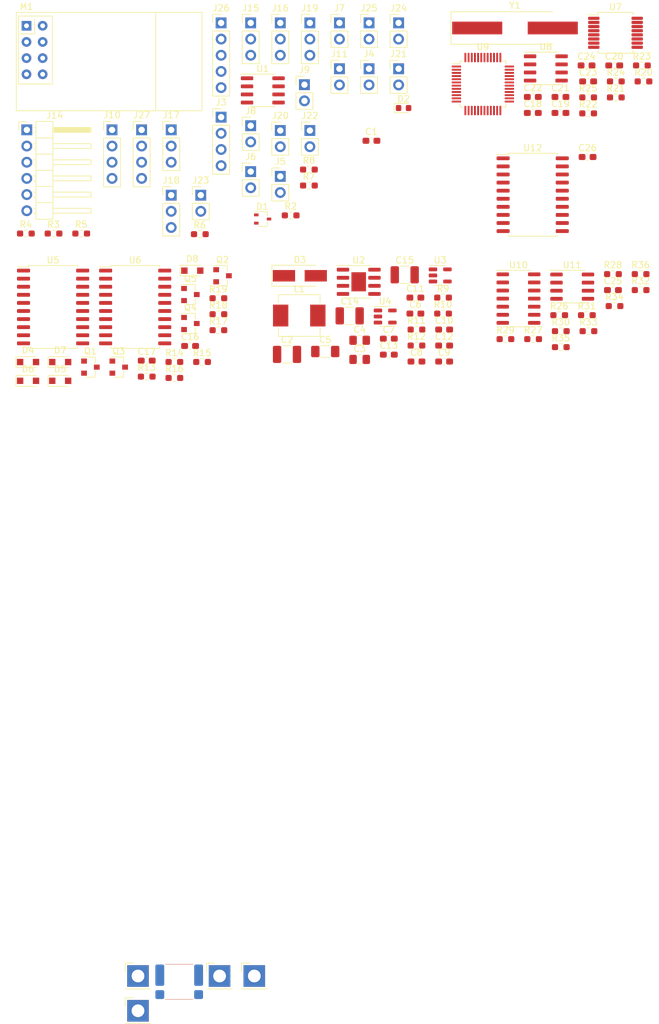
<source format=kicad_pcb>
(kicad_pcb (version 20171130) (host pcbnew 5.1.10-1.fc32)
  (layers (0 F.Cu signal) (31 B.Cu signal) (34 B.Paste user) (35 F.Paste user) (36 B.SilkS user) (37 F.SilkS user) (38 B.Mask user) (39 F.Mask user) (44 Edge.Cuts user))
  (net 0 "")
  (net 1 +5V)
  (net 2 GND)
  (net 3 +BATT)
  (net 4 "Net-(C8-Pad1)")
  (net 5 "Net-(C9-Pad1)")
  (net 6 "Net-(C9-Pad2)")
  (net 7 +3V3)
  (net 8 "Net-(C12-Pad1)")
  (net 9 "Net-(C13-Pad1)")
  (net 10 +5VP)
  (net 11 /output_stage/VCC_74HCT244)
  (net 12 /MCU/VREF)
  (net 13 "Net-(C23-Pad2)")
  (net 14 "Net-(C24-Pad2)")
  (net 15 /MCU/VBATT_MONITOR)
  (net 16 /LED)
  (net 17 "Net-(D2-Pad2)")
  (net 18 /output_stage/OUTPUT7_ODRAIN)
  (net 19 /output_stage/OUTPUT8_ODRAIN)
  (net 20 /output_stage/OUTPUT9_ODRAIN)
  (net 21 /output_stage/OUTPUT10_ODRAIN)
  (net 22 /output_stage/OUTPUT11_ODRAIN)
  (net 23 "Net-(J1-Pad1)")
  (net 24 /I2C_SDA)
  (net 25 /I2C_SCL)
  (net 26 /MCU/TEMP1)
  (net 27 /MCU/TEMP2)
  (net 28 /MCU/TEMP3)
  (net 29 /analog_input_stage/V_MONITOR1)
  (net 30 /analog_input_stage/V_MONITOR2)
  (net 31 /analog_input_stage/V_MONITOR3)
  (net 32 /input_stage/INPUT4)
  (net 33 /input_stage/INPUT3)
  (net 34 /input_stage/INPUT2)
  (net 35 /input_stage/INPUT1)
  (net 36 /input_stage/LOOPBACK2)
  (net 37 /input_stage/LOOPBACK1)
  (net 38 /SWDIO)
  (net 39 /SWCLK)
  (net 40 "Net-(J14-Pad5)")
  (net 41 /~RESET~)
  (net 42 /output_stage/SERVO1_CMD)
  (net 43 /output_stage/SERVO2_CMD)
  (net 44 /output_stage/SERVO3_CMD)
  (net 45 /output_stage/SERVO4_CMD)
  (net 46 /output_stage/SERVO5_CMD)
  (net 47 /output_stage/OUTPUT1_LVL)
  (net 48 /output_stage/OUTPUT2_LVL)
  (net 49 /output_stage/OUTPUT3_LVL)
  (net 50 /output_stage/OUTPUT4_LVL)
  (net 51 /output_stage/OUTPUT5_LVL)
  (net 52 /output_stage/OUTPUT6_LVL)
  (net 53 "Net-(J27-Pad2)")
  (net 54 "Net-(J27-Pad3)")
  (net 55 /CE_NRF24L01)
  (net 56 /~CS_NRF24L01~)
  (net 57 /SPI_SCK)
  (net 58 /SPI_MOSI)
  (net 59 /SPI_MISO)
  (net 60 /IRQ_NRF24L01)
  (net 61 "Net-(Q1-Pad2)")
  (net 62 "Net-(Q2-Pad2)")
  (net 63 "Net-(Q3-Pad2)")
  (net 64 "Net-(Q4-Pad2)")
  (net 65 "Net-(Q5-Pad2)")
  (net 66 /BAT_SENSE-)
  (net 67 /BAT_SENSE+)
  (net 68 /MCU/TX_EN)
  (net 69 /MCU/EN_5V_PWR)
  (net 70 "Net-(R11-Pad2)")
  (net 71 "Net-(R15-Pad2)")
  (net 72 "Net-(R16-Pad2)")
  (net 73 "Net-(R17-Pad2)")
  (net 74 "Net-(R18-Pad2)")
  (net 75 "Net-(R19-Pad2)")
  (net 76 "Net-(R22-Pad2)")
  (net 77 "Net-(R23-Pad2)")
  (net 78 "Net-(R24-Pad2)")
  (net 79 /MCU/ADC_MONITOR1)
  (net 80 "Net-(R29-Pad2)")
  (net 81 "Net-(R30-Pad2)")
  (net 82 /MCU/ADC_MONITOR2)
  (net 83 "Net-(R31-Pad2)")
  (net 84 /MCU/ADC_MONITOR3)
  (net 85 "Net-(R35-Pad2)")
  (net 86 /MCU/ADC_CURRENT_MEAS)
  (net 87 /MCU/USART_RX)
  (net 88 /MCU/~RX_EN~)
  (net 89 /MCU/USART_TX)
  (net 90 "Net-(U3-Pad3)")
  (net 91 "Net-(U4-Pad3)")
  (net 92 /MCU/PWM1)
  (net 93 /MCU/PWM2)
  (net 94 /MCU/PWM3)
  (net 95 /MCU/PWM4)
  (net 96 /MCU/OUTPUT3)
  (net 97 /MCU/OUTPUT2)
  (net 98 /MCU/OUTPUT1)
  (net 99 /MCU/PWM5)
  (net 100 /MCU/OUTPUT8)
  (net 101 /MCU/OUTPUT9)
  (net 102 /MCU/OUTPUT10)
  (net 103 /MCU/OUTPUT11)
  (net 104 /MCU/OUTPUT7)
  (net 105 /MCU/OUTPUT6)
  (net 106 /MCU/OUTPUT5)
  (net 107 /MCU/OUTPUT4)
  (net 108 /MCU/~INT~)
  (net 109 "Net-(U8-Pad1)")
  (net 110 /MCU/~EN_VREF~)
  (net 111 "Net-(U8-Pad5)")
  (net 112 "Net-(U8-Pad7)")
  (net 113 "Net-(U8-Pad8)")
  (net 114 /input_stage/IN3)
  (net 115 /input_stage/IN4)
  (net 116 /input_stage/IN1)
  (net 117 /input_stage/IN2)
  (net 118 /MCU/LOOPBACK1)
  (net 119 /MCU/LOOPBACK2)
  (net 120 "Net-(U10-Pad14)")
  (net 121 "Net-(U12-Pad7)")
  (net 122 "Net-(U12-Pad9)")
  (module p_Package_Capacitor_SMD:C_0603_1608Metric_Pad1.08x0.95mm_HandSolder (layer F.Cu) (at 148.334001 -53.705999)
    (fp_text reference C1 (at 0 -1.43) (layer F.SilkS))
    (fp_text value 1u)
    (pad 1 smd roundrect (at -0.8625 0) (size 1.075 0.95) (layers F.Cu F.Paste F.Mask) (net 1 +5V))
    (pad 2 smd roundrect (at 0.8625 0) (size 1.075 0.95) (layers F.Cu F.Paste F.Mask) (net 2 GND))
  )
  (module p_Package_Capacitor_SMD:C_1210_3225Metric_Pad1.33x2.70mm_HandSolder (layer F.Cu) (at 135.064001 -20.155999)
    (fp_text reference C2 (at 0 -2.3) (layer F.SilkS))
    (fp_text value 22u)
    (pad 1 smd roundrect (at -1.5625 0) (size 1.325 2.7) (layers F.Cu F.Paste F.Mask) (roundrect_rratio 0.188679) (net 3 +BATT))
    (pad 2 smd roundrect (at 1.5625 0) (size 1.325 2.7) (layers F.Cu F.Paste F.Mask) (roundrect_rratio 0.188679) (net 2 GND))
  )
  (module p_Package_Capacitor_SMD:C_0805_2012Metric_Pad1.18x1.45mm_HandSolder (layer F.Cu) (at 146.484001 -19.365999)
    (fp_text reference C3 (at 0 -1.68) (layer F.SilkS))
    (fp_text value 4.7u)
    (pad 2 smd roundrect (at 1.0375 0) (size 1.175 1.45) (layers F.Cu F.Paste F.Mask) (roundrect_rratio 0.212766) (net 2 GND))
    (pad 1 smd roundrect (at -1.0375 0) (size 1.175 1.45) (layers F.Cu F.Paste F.Mask) (roundrect_rratio 0.212766) (net 3 +BATT))
  )
  (module p_Package_Capacitor_SMD:C_0805_2012Metric_Pad1.18x1.45mm_HandSolder (layer F.Cu) (at 146.484001 -22.375999)
    (fp_text reference C4 (at 0 -1.68) (layer F.SilkS))
    (fp_text value 4.7u)
    (pad 1 smd roundrect (at -1.0375 0) (size 1.175 1.45) (layers F.Cu F.Paste F.Mask) (roundrect_rratio 0.212766) (net 1 +5V))
    (pad 2 smd roundrect (at 1.0375 0) (size 1.175 1.45) (layers F.Cu F.Paste F.Mask) (roundrect_rratio 0.212766) (net 2 GND))
  )
  (module p_Package_Capacitor_SMD:C_1206_3216Metric_Pad1.33x1.80mm_HandSolder (layer F.Cu) (at 141.074001 -20.605999)
    (fp_text reference C5 (at 0 -1.85) (layer F.SilkS))
    (fp_text value 10u)
    (pad 1 smd roundrect (at -1.5625 0) (size 1.325 1.8) (layers F.Cu F.Paste F.Mask) (roundrect_rratio 0.188679) (net 3 +BATT))
    (pad 2 smd roundrect (at 1.5625 0) (size 1.325 1.8) (layers F.Cu F.Paste F.Mask) (roundrect_rratio 0.188679) (net 2 GND))
  )
  (module p_Package_Capacitor_SMD:C_0603_1608Metric_Pad1.08x0.95mm_HandSolder (layer F.Cu) (at 155.244001 -26.565999)
    (fp_text reference C6 (at 0 -1.43) (layer F.SilkS))
    (fp_text value 1u)
    (pad 2 smd roundrect (at 0.8625 0) (size 1.075 0.95) (layers F.Cu F.Paste F.Mask) (net 2 GND))
    (pad 1 smd roundrect (at -0.8625 0) (size 1.075 0.95) (layers F.Cu F.Paste F.Mask) (net 3 +BATT))
  )
  (module p_Package_Capacitor_SMD:C_0603_1608Metric_Pad1.08x0.95mm_HandSolder (layer F.Cu) (at 151.064001 -22.625999)
    (fp_text reference C7 (at 0 -1.43) (layer F.SilkS))
    (fp_text value 1u)
    (pad 1 smd roundrect (at -0.8625 0) (size 1.075 0.95) (layers F.Cu F.Paste F.Mask) (net 1 +5V))
    (pad 2 smd roundrect (at 0.8625 0) (size 1.075 0.95) (layers F.Cu F.Paste F.Mask) (net 2 GND))
  )
  (module p_Package_Capacitor_SMD:C_0603_1608Metric_Pad1.08x0.95mm_HandSolder (layer F.Cu) (at 155.414001 -19.035999)
    (fp_text reference C8 (at 0 -1.43) (layer F.SilkS))
    (fp_text value 8.2n)
    (pad 2 smd roundrect (at 0.8625 0) (size 1.075 0.95) (layers F.Cu F.Paste F.Mask) (net 2 GND))
    (pad 1 smd roundrect (at -0.8625 0) (size 1.075 0.95) (layers F.Cu F.Paste F.Mask) (net 4 "Net-(C8-Pad1)"))
  )
  (module p_Package_Capacitor_SMD:C_0603_1608Metric_Pad1.08x0.95mm_HandSolder (layer F.Cu) (at 159.764001 -19.035999)
    (fp_text reference C9 (at 0 -1.43) (layer F.SilkS))
    (fp_text value 100n)
    (pad 1 smd roundrect (at -0.8625 0) (size 1.075 0.95) (layers F.Cu F.Paste F.Mask) (net 5 "Net-(C9-Pad1)"))
    (pad 2 smd roundrect (at 0.8625 0) (size 1.075 0.95) (layers F.Cu F.Paste F.Mask) (net 6 "Net-(C9-Pad2)"))
  )
  (module p_Package_Capacitor_SMD:C_0603_1608Metric_Pad1.08x0.95mm_HandSolder (layer F.Cu) (at 159.764001 -24.055999)
    (fp_text reference C10 (at 0 -1.43) (layer F.SilkS))
    (fp_text value 4.7u)
    (pad 1 smd roundrect (at -0.8625 0) (size 1.075 0.95) (layers F.Cu F.Paste F.Mask) (net 1 +5V))
    (pad 2 smd roundrect (at 0.8625 0) (size 1.075 0.95) (layers F.Cu F.Paste F.Mask) (net 2 GND))
  )
  (module p_Package_Capacitor_SMD:C_0603_1608Metric_Pad1.08x0.95mm_HandSolder (layer F.Cu) (at 155.244001 -29.075999)
    (fp_text reference C11 (at 0 -1.43) (layer F.SilkS))
    (fp_text value 4.7u)
    (pad 2 smd roundrect (at 0.8625 0) (size 1.075 0.95) (layers F.Cu F.Paste F.Mask) (net 2 GND))
    (pad 1 smd roundrect (at -0.8625 0) (size 1.075 0.95) (layers F.Cu F.Paste F.Mask) (net 7 +3V3))
  )
  (module p_Package_Capacitor_SMD:C_0603_1608Metric_Pad1.08x0.95mm_HandSolder (layer F.Cu) (at 159.764001 -21.545999)
    (fp_text reference C12 (at 0 -1.43) (layer F.SilkS))
    (fp_text value 33p)
    (pad 1 smd roundrect (at -0.8625 0) (size 1.075 0.95) (layers F.Cu F.Paste F.Mask) (net 8 "Net-(C12-Pad1)"))
    (pad 2 smd roundrect (at 0.8625 0) (size 1.075 0.95) (layers F.Cu F.Paste F.Mask) (net 2 GND))
  )
  (module p_Package_Capacitor_SMD:C_0603_1608Metric_Pad1.08x0.95mm_HandSolder (layer F.Cu) (at 151.064001 -20.115999)
    (fp_text reference C13 (at 0 -1.43) (layer F.SilkS))
    (fp_text value 1n)
    (pad 2 smd roundrect (at 0.8625 0) (size 1.075 0.95) (layers F.Cu F.Paste F.Mask) (net 2 GND))
    (pad 1 smd roundrect (at -0.8625 0) (size 1.075 0.95) (layers F.Cu F.Paste F.Mask) (net 9 "Net-(C13-Pad1)"))
  )
  (module p_Package_Capacitor_SMD:C_1210_3225Metric_Pad1.33x2.70mm_HandSolder (layer F.Cu) (at 144.914001 -26.205999)
    (fp_text reference C14 (at 0 -2.3) (layer F.SilkS))
    (fp_text value 47u)
    (pad 2 smd roundrect (at 1.5625 0) (size 1.325 2.7) (layers F.Cu F.Paste F.Mask) (roundrect_rratio 0.188679) (net 2 GND))
    (pad 1 smd roundrect (at -1.5625 0) (size 1.325 2.7) (layers F.Cu F.Paste F.Mask) (roundrect_rratio 0.188679) (net 10 +5VP))
  )
  (module p_Package_Capacitor_SMD:C_1210_3225Metric_Pad1.33x2.70mm_HandSolder (layer F.Cu) (at 153.564001 -32.655999)
    (fp_text reference C15 (at 0 -2.3) (layer F.SilkS))
    (fp_text value 47u)
    (pad 1 smd roundrect (at -1.5625 0) (size 1.325 2.7) (layers F.Cu F.Paste F.Mask) (roundrect_rratio 0.188679) (net 10 +5VP))
    (pad 2 smd roundrect (at 1.5625 0) (size 1.325 2.7) (layers F.Cu F.Paste F.Mask) (roundrect_rratio 0.188679) (net 2 GND))
  )
  (module p_Package_Capacitor_SMD:C_0603_1608Metric_Pad1.08x0.95mm_HandSolder (layer F.Cu) (at 119.824001 -21.475999)
    (fp_text reference C16 (at 0 -1.43) (layer F.SilkS))
    (fp_text value 100n)
    (pad 2 smd roundrect (at 0.8625 0) (size 1.075 0.95) (layers F.Cu F.Paste F.Mask) (net 2 GND))
    (pad 1 smd roundrect (at -0.8625 0) (size 1.075 0.95) (layers F.Cu F.Paste F.Mask) (net 11 /output_stage/VCC_74HCT244))
  )
  (module p_Package_Capacitor_SMD:C_0603_1608Metric_Pad1.08x0.95mm_HandSolder (layer F.Cu) (at 113.004001 -19.175999)
    (fp_text reference C17 (at 0 -1.43) (layer F.SilkS))
    (fp_text value 100n)
    (pad 2 smd roundrect (at 0.8625 0) (size 1.075 0.95) (layers F.Cu F.Paste F.Mask) (net 2 GND))
    (pad 1 smd roundrect (at -0.8625 0) (size 1.075 0.95) (layers F.Cu F.Paste F.Mask) (net 11 /output_stage/VCC_74HCT244))
  )
  (module p_Package_Capacitor_SMD:C_0603_1608Metric_Pad1.08x0.95mm_HandSolder (layer F.Cu) (at 173.704001 -58.075999)
    (fp_text reference C18 (at 0 -1.43) (layer F.SilkS))
    (fp_text value 1u)
    (pad 2 smd roundrect (at 0.8625 0) (size 1.075 0.95) (layers F.Cu F.Paste F.Mask) (net 2 GND))
    (pad 1 smd roundrect (at -0.8625 0) (size 1.075 0.95) (layers F.Cu F.Paste F.Mask) (net 7 +3V3))
  )
  (module p_Package_Capacitor_SMD:C_0603_1608Metric_Pad1.08x0.95mm_HandSolder (layer F.Cu) (at 178.054001 -58.075999)
    (fp_text reference C19 (at 0 -1.43) (layer F.SilkS))
    (fp_text value 100n)
    (pad 1 smd roundrect (at -0.8625 0) (size 1.075 0.95) (layers F.Cu F.Paste F.Mask) (net 7 +3V3))
    (pad 2 smd roundrect (at 0.8625 0) (size 1.075 0.95) (layers F.Cu F.Paste F.Mask) (net 2 GND))
  )
  (module p_Package_Capacitor_SMD:C_0603_1608Metric_Pad1.08x0.95mm_HandSolder (layer F.Cu) (at 186.504001 -65.535999)
    (fp_text reference C20 (at 0 -1.43) (layer F.SilkS))
    (fp_text value 100n)
    (pad 2 smd roundrect (at 0.8625 0) (size 1.075 0.95) (layers F.Cu F.Paste F.Mask) (net 2 GND))
    (pad 1 smd roundrect (at -0.8625 0) (size 1.075 0.95) (layers F.Cu F.Paste F.Mask) (net 7 +3V3))
  )
  (module p_Package_Capacitor_SMD:C_0603_1608Metric_Pad1.08x0.95mm_HandSolder (layer F.Cu) (at 178.054001 -60.585999)
    (fp_text reference C21 (at 0 -1.43) (layer F.SilkS))
    (fp_text value 100n)
    (pad 1 smd roundrect (at -0.8625 0) (size 1.075 0.95) (layers F.Cu F.Paste F.Mask) (net 7 +3V3))
    (pad 2 smd roundrect (at 0.8625 0) (size 1.075 0.95) (layers F.Cu F.Paste F.Mask) (net 2 GND))
  )
  (module p_Package_Capacitor_SMD:C_0603_1608Metric_Pad1.08x0.95mm_HandSolder (layer F.Cu) (at 173.704001 -60.585999)
    (fp_text reference C22 (at 0 -1.43) (layer F.SilkS))
    (fp_text value 100n)
    (pad 2 smd roundrect (at 0.8625 0) (size 1.075 0.95) (layers F.Cu F.Paste F.Mask) (net 2 GND))
    (pad 1 smd roundrect (at -0.8625 0) (size 1.075 0.95) (layers F.Cu F.Paste F.Mask) (net 12 /MCU/VREF))
  )
  (module p_Package_Capacitor_SMD:C_0603_1608Metric_Pad1.08x0.95mm_HandSolder (layer F.Cu) (at 182.404001 -63.025999)
    (fp_text reference C23 (at 0 -1.43) (layer F.SilkS))
    (fp_text value DNP)
    (pad 2 smd roundrect (at 0.8625 0) (size 1.075 0.95) (layers F.Cu F.Paste F.Mask) (net 13 "Net-(C23-Pad2)"))
    (pad 1 smd roundrect (at -0.8625 0) (size 1.075 0.95) (layers F.Cu F.Paste F.Mask) (net 2 GND))
  )
  (module p_Package_Capacitor_SMD:C_0603_1608Metric_Pad1.08x0.95mm_HandSolder (layer F.Cu) (at 182.154001 -65.535999)
    (fp_text reference C24 (at 0 -1.43) (layer F.SilkS))
    (fp_text value DNP)
    (pad 1 smd roundrect (at -0.8625 0) (size 1.075 0.95) (layers F.Cu F.Paste F.Mask) (net 2 GND))
    (pad 2 smd roundrect (at 0.8625 0) (size 1.075 0.95) (layers F.Cu F.Paste F.Mask) (net 14 "Net-(C24-Pad2)"))
  )
  (module p_Package_Capacitor_SMD:C_0603_1608Metric_Pad1.08x0.95mm_HandSolder (layer F.Cu) (at 186.304001 -30.255999)
    (fp_text reference C25 (at 0 -1.43) (layer F.SilkS))
    (fp_text value 100n)
    (pad 1 smd roundrect (at -0.8625 0) (size 1.075 0.95) (layers F.Cu F.Paste F.Mask) (net 7 +3V3))
    (pad 2 smd roundrect (at 0.8625 0) (size 1.075 0.95) (layers F.Cu F.Paste F.Mask) (net 2 GND))
  )
  (module p_Package_Capacitor_SMD:C_0603_1608Metric_Pad1.08x0.95mm_HandSolder (layer F.Cu) (at 182.314001 -51.155999)
    (fp_text reference C26 (at 0 -1.43) (layer F.SilkS))
    (fp_text value 100n)
    (pad 1 smd roundrect (at -0.8625 0) (size 1.075 0.95) (layers F.Cu F.Paste F.Mask) (net 7 +3V3))
    (pad 2 smd roundrect (at 0.8625 0) (size 1.075 0.95) (layers F.Cu F.Paste F.Mask) (net 2 GND))
  )
  (module p_Package_SOT:SOT-323 (layer F.Cu) (at 131.234001 -41.415999)
    (fp_text reference D1 (at -0.05 -1.95) (layer F.SilkS))
    (fp_text value BAT54SW)
    (pad 1 smd rect (at -1 -0.65 270) (size 0.45 0.7) (layers F.Cu F.Paste F.Mask) (net 2 GND))
    (pad 2 smd rect (at -1 0.65 270) (size 0.45 0.7) (layers F.Cu F.Paste F.Mask) (net 3 +BATT))
    (pad 3 smd rect (at 1 0 270) (size 0.45 0.7) (layers F.Cu F.Paste F.Mask) (net 15 /MCU/VBATT_MONITOR))
  )
  (module p_Package_Diode_SMD:LED_0603_1608Metric (layer F.Cu) (at 153.384001 -58.845999)
    (fp_text reference D2 (at 0 -1.43) (layer F.SilkS))
    (fp_text value LED_R)
    (pad 1 smd roundrect (at -0.7875 0) (size 0.875 0.95) (layers F.Cu F.Paste F.Mask) (net 16 /LED))
    (pad 2 smd roundrect (at 0.7875 0) (size 0.875 0.95) (layers F.Cu F.Paste F.Mask) (net 17 "Net-(D2-Pad2)"))
  )
  (module p_Package_Diode_SMD:D_SMA_Handsoldering (layer F.Cu) (at 137.084001 -32.505999)
    (fp_text reference D3 (at 0 -2.5) (layer F.SilkS))
    (fp_text value B340A)
    (pad 1 smd rect (at -2.5 0) (size 3.5 1.8) (layers F.Cu F.Paste F.Mask) (net 5 "Net-(C9-Pad1)"))
    (pad 2 smd rect (at 2.5 0) (size 3.5 1.8) (layers F.Cu F.Paste F.Mask) (net 2 GND))
  )
  (module p_Package_Diode_SMD:D_SOD-323_HandSoldering (layer F.Cu) (at 94.354001 -18.955999)
    (fp_text reference D4 (at 0 -1.85) (layer F.SilkS))
    (fp_text value 1N4148WS)
    (pad 1 smd rect (at -1.25 0) (size 1 1) (layers F.Cu F.Paste F.Mask) (net 18 /output_stage/OUTPUT7_ODRAIN))
    (pad 2 smd rect (at 1.25 0) (size 1 1) (layers F.Cu F.Paste F.Mask) (net 2 GND))
  )
  (module p_Package_Diode_SMD:D_SOD-323_HandSoldering (layer F.Cu) (at 99.404001 -16.005999)
    (fp_text reference D5 (at 0 -1.85) (layer F.SilkS))
    (fp_text value 1N4148WS)
    (pad 2 smd rect (at 1.25 0) (size 1 1) (layers F.Cu F.Paste F.Mask) (net 2 GND))
    (pad 1 smd rect (at -1.25 0) (size 1 1) (layers F.Cu F.Paste F.Mask) (net 19 /output_stage/OUTPUT8_ODRAIN))
  )
  (module p_Package_Diode_SMD:D_SOD-323_HandSoldering (layer F.Cu) (at 94.354001 -16.005999)
    (fp_text reference D6 (at 0 -1.85) (layer F.SilkS))
    (fp_text value 1N4148WS)
    (pad 1 smd rect (at -1.25 0) (size 1 1) (layers F.Cu F.Paste F.Mask) (net 20 /output_stage/OUTPUT9_ODRAIN))
    (pad 2 smd rect (at 1.25 0) (size 1 1) (layers F.Cu F.Paste F.Mask) (net 2 GND))
  )
  (module p_Package_Diode_SMD:D_SOD-323_HandSoldering (layer F.Cu) (at 99.404001 -18.955999)
    (fp_text reference D7 (at 0 -1.85) (layer F.SilkS))
    (fp_text value 1N4148WS)
    (pad 2 smd rect (at 1.25 0) (size 1 1) (layers F.Cu F.Paste F.Mask) (net 2 GND))
    (pad 1 smd rect (at -1.25 0) (size 1 1) (layers F.Cu F.Paste F.Mask) (net 21 /output_stage/OUTPUT10_ODRAIN))
  )
  (module p_Package_Diode_SMD:D_SOD-323_HandSoldering (layer F.Cu) (at 120.174001 -33.305999)
    (fp_text reference D8 (at 0 -1.85) (layer F.SilkS))
    (fp_text value 1N4148WS)
    (pad 1 smd rect (at -1.25 0) (size 1 1) (layers F.Cu F.Paste F.Mask) (net 22 /output_stage/OUTPUT11_ODRAIN))
    (pad 2 smd rect (at 1.25 0) (size 1 1) (layers F.Cu F.Paste F.Mask) (net 2 GND))
  )
  (module p_Package_Misc:PinHeader_1x01_P5.08mm_Vertical (layer F.Cu) (at 111.633 77.47)
    (fp_text reference J1 hide)
    (fp_text value Conn_HE13_1x1_5.08V hide)
    (pad 1 thru_hole rect (at 0 0) (size 3.4 3.4) (drill 2) (layers *.Cu *.Mask) (net 23 "Net-(J1-Pad1)"))
  )
  (module p_Package_Misc:PinHeader_1x01_P5.08mm_Vertical (layer F.Cu) (at 129.921 77.47)
    (fp_text reference J2 hide)
    (fp_text value Conn_HE13_1x1_5.08V hide)
    (pad 1 thru_hole rect (at 0 0) (size 3.4 3.4) (drill 2) (layers *.Cu *.Mask) (net 2 GND))
  )
  (module p_Package_Misc:PinHeader_1x04_P2.54mm_Vertical (layer F.Cu) (at 124.704001 -57.415999)
    (fp_text reference J3 (at 0 -2.33) (layer F.SilkS))
    (fp_text value Conn_HE13_1x4_2.54V)
    (pad 1 thru_hole rect (at 0 0) (size 1.7 1.7) (drill 1) (layers *.Cu *.Mask) (net 7 +3V3))
    (pad 2 thru_hole oval (at 0 2.54) (size 1.7 1.7) (drill 1) (layers *.Cu *.Mask) (net 24 /I2C_SDA))
    (pad 3 thru_hole oval (at 0 5.08) (size 1.7 1.7) (drill 1) (layers *.Cu *.Mask) (net 25 /I2C_SCL))
    (pad 4 thru_hole oval (at 0 7.62) (size 1.7 1.7) (drill 1) (layers *.Cu *.Mask) (net 2 GND))
  )
  (module p_Package_Misc:PinHeader_1x02_P2.54mm_Vertical (layer F.Cu) (at 147.954001 -65.015999)
    (fp_text reference J4 (at 0 -2.33) (layer F.SilkS))
    (fp_text value Conn_HE13_1x2_2.54V)
    (pad 2 thru_hole oval (at 0 2.54) (size 1.7 1.7) (drill 1) (layers *.Cu *.Mask) (net 2 GND))
    (pad 1 thru_hole rect (at 0 0) (size 1.7 1.7) (drill 1) (layers *.Cu *.Mask) (net 26 /MCU/TEMP1))
  )
  (module p_Package_Misc:PinHeader_1x02_P2.54mm_Vertical (layer F.Cu) (at 134.004001 -48.115999)
    (fp_text reference J5 (at 0 -2.33) (layer F.SilkS))
    (fp_text value Conn_HE13_1x2_2.54V)
    (pad 2 thru_hole oval (at 0 2.54) (size 1.7 1.7) (drill 1) (layers *.Cu *.Mask) (net 2 GND))
    (pad 1 thru_hole rect (at 0 0) (size 1.7 1.7) (drill 1) (layers *.Cu *.Mask) (net 27 /MCU/TEMP2))
  )
  (module p_Package_Misc:PinHeader_1x02_P2.54mm_Vertical (layer F.Cu) (at 129.354001 -48.865999)
    (fp_text reference J6 (at 0 -2.33) (layer F.SilkS))
    (fp_text value Conn_HE13_1x2_2.54V)
    (pad 1 thru_hole rect (at 0 0) (size 1.7 1.7) (drill 1) (layers *.Cu *.Mask) (net 28 /MCU/TEMP3))
    (pad 2 thru_hole oval (at 0 2.54) (size 1.7 1.7) (drill 1) (layers *.Cu *.Mask) (net 2 GND))
  )
  (module p_Package_Misc:PinHeader_1x02_P2.54mm_Vertical (layer F.Cu) (at 143.304001 -72.215999)
    (fp_text reference J7 (at 0 -2.33) (layer F.SilkS))
    (fp_text value Conn_HE13_1x2_2.54V)
    (pad 2 thru_hole oval (at 0 2.54) (size 1.7 1.7) (drill 1) (layers *.Cu *.Mask) (net 2 GND))
    (pad 1 thru_hole rect (at 0 0) (size 1.7 1.7) (drill 1) (layers *.Cu *.Mask) (net 29 /analog_input_stage/V_MONITOR1))
  )
  (module p_Package_Misc:PinHeader_1x02_P2.54mm_Vertical (layer F.Cu) (at 129.354001 -56.065999)
    (fp_text reference J8 (at 0 -2.33) (layer F.SilkS))
    (fp_text value Conn_HE13_1x2_2.54V)
    (pad 1 thru_hole rect (at 0 0) (size 1.7 1.7) (drill 1) (layers *.Cu *.Mask) (net 30 /analog_input_stage/V_MONITOR2))
    (pad 2 thru_hole oval (at 0 2.54) (size 1.7 1.7) (drill 1) (layers *.Cu *.Mask) (net 2 GND))
  )
  (module p_Package_Misc:PinHeader_1x02_P2.54mm_Vertical (layer F.Cu) (at 137.804001 -62.515999)
    (fp_text reference J9 (at 0 -2.33) (layer F.SilkS))
    (fp_text value Conn_HE13_1x2_2.54V)
    (pad 1 thru_hole rect (at 0 0) (size 1.7 1.7) (drill 1) (layers *.Cu *.Mask) (net 31 /analog_input_stage/V_MONITOR3))
    (pad 2 thru_hole oval (at 0 2.54) (size 1.7 1.7) (drill 1) (layers *.Cu *.Mask) (net 2 GND))
  )
  (module p_Package_Misc:PinHeader_1x04_P2.54mm_Vertical (layer F.Cu) (at 107.554001 -55.415999)
    (fp_text reference J10 (at 0 -2.33) (layer F.SilkS))
    (fp_text value Conn_HE13_1x4_2.54V)
    (pad 4 thru_hole oval (at 0 7.62) (size 1.7 1.7) (drill 1) (layers *.Cu *.Mask) (net 32 /input_stage/INPUT4))
    (pad 3 thru_hole oval (at 0 5.08) (size 1.7 1.7) (drill 1) (layers *.Cu *.Mask) (net 33 /input_stage/INPUT3))
    (pad 2 thru_hole oval (at 0 2.54) (size 1.7 1.7) (drill 1) (layers *.Cu *.Mask) (net 34 /input_stage/INPUT2))
    (pad 1 thru_hole rect (at 0 0) (size 1.7 1.7) (drill 1) (layers *.Cu *.Mask) (net 35 /input_stage/INPUT1))
  )
  (module p_Package_Misc:PinHeader_1x02_P2.54mm_Vertical (layer F.Cu) (at 143.304001 -65.015999)
    (fp_text reference J11 (at 0 -2.33) (layer F.SilkS))
    (fp_text value Conn_HE13_1x2_2.54V)
    (pad 2 thru_hole oval (at 0 2.54) (size 1.7 1.7) (drill 1) (layers *.Cu *.Mask) (net 36 /input_stage/LOOPBACK2))
    (pad 1 thru_hole rect (at 0 0) (size 1.7 1.7) (drill 1) (layers *.Cu *.Mask) (net 37 /input_stage/LOOPBACK1))
  )
  (module p_Package_Misc:PinHeader_1x01_P5.08mm_Vertical (layer F.Cu) (at 111.633 82.931)
    (fp_text reference J12 hide)
    (fp_text value Conn_HE13_1x1_5.08V hide)
    (pad 1 thru_hole rect (at 0 0) (size 3.4 3.4) (drill 2) (layers *.Cu *.Mask) (net 2 GND))
  )
  (module p_Package_Misc:PinHeader_1x01_P5.08mm_Vertical (layer F.Cu) (at 124.46 77.47)
    (fp_text reference J13 hide)
    (fp_text value Conn_HE13_1x1_5.08V hide)
    (pad 1 thru_hole rect (at 0 0) (size 3.4 3.4) (drill 2) (layers *.Cu *.Mask) (net 3 +BATT))
  )
  (module p_Package_Misc:PinHeader_1x06_P2.54mm_Horizontal (layer F.Cu) (at 94.154001 -55.415999)
    (fp_text reference J14 (at 4.385 -2.27) (layer F.SilkS))
    (fp_text value Conn_HE13_1x6_2.54H)
    (pad 1 thru_hole rect (at 0 0) (size 1.7 1.7) (drill 1) (layers *.Cu *.Mask) (net 7 +3V3))
    (pad 2 thru_hole oval (at 0 2.54) (size 1.7 1.7) (drill 1) (layers *.Cu *.Mask) (net 38 /SWDIO))
    (pad 3 thru_hole oval (at 0 5.08) (size 1.7 1.7) (drill 1) (layers *.Cu *.Mask) (net 39 /SWCLK))
    (pad 4 thru_hole oval (at 0 7.62) (size 1.7 1.7) (drill 1) (layers *.Cu *.Mask) (net 2 GND))
    (pad 5 thru_hole oval (at 0 10.16) (size 1.7 1.7) (drill 1) (layers *.Cu *.Mask) (net 40 "Net-(J14-Pad5)"))
    (pad 6 thru_hole oval (at 0 12.7) (size 1.7 1.7) (drill 1) (layers *.Cu *.Mask) (net 41 /~RESET~))
  )
  (module p_Package_Misc:PinHeader_1x03_P2.54mm_Vertical (layer F.Cu) (at 129.354001 -72.215999)
    (fp_text reference J15 (at 0 -2.33) (layer F.SilkS))
    (fp_text value Conn_HE13_1x3_2.54V)
    (pad 1 thru_hole rect (at 0 0) (size 1.7 1.7) (drill 1) (layers *.Cu *.Mask) (net 42 /output_stage/SERVO1_CMD))
    (pad 2 thru_hole oval (at 0 2.54) (size 1.7 1.7) (drill 1) (layers *.Cu *.Mask) (net 10 +5VP))
    (pad 3 thru_hole oval (at 0 5.08) (size 1.7 1.7) (drill 1) (layers *.Cu *.Mask) (net 2 GND))
  )
  (module p_Package_Misc:PinHeader_1x03_P2.54mm_Vertical (layer F.Cu) (at 134.004001 -72.215999)
    (fp_text reference J16 (at 0 -2.33) (layer F.SilkS))
    (fp_text value Conn_HE13_1x3_2.54V)
    (pad 3 thru_hole oval (at 0 5.08) (size 1.7 1.7) (drill 1) (layers *.Cu *.Mask) (net 2 GND))
    (pad 2 thru_hole oval (at 0 2.54) (size 1.7 1.7) (drill 1) (layers *.Cu *.Mask) (net 10 +5VP))
    (pad 1 thru_hole rect (at 0 0) (size 1.7 1.7) (drill 1) (layers *.Cu *.Mask) (net 43 /output_stage/SERVO2_CMD))
  )
  (module p_Package_Misc:PinHeader_1x03_P2.54mm_Vertical (layer F.Cu) (at 116.854001 -55.415999)
    (fp_text reference J17 (at 0 -2.33) (layer F.SilkS))
    (fp_text value Conn_HE13_1x3_2.54V)
    (pad 1 thru_hole rect (at 0 0) (size 1.7 1.7) (drill 1) (layers *.Cu *.Mask) (net 44 /output_stage/SERVO3_CMD))
    (pad 2 thru_hole oval (at 0 2.54) (size 1.7 1.7) (drill 1) (layers *.Cu *.Mask) (net 10 +5VP))
    (pad 3 thru_hole oval (at 0 5.08) (size 1.7 1.7) (drill 1) (layers *.Cu *.Mask) (net 2 GND))
  )
  (module p_Package_Misc:PinHeader_1x03_P2.54mm_Vertical (layer F.Cu) (at 116.854001 -45.165999)
    (fp_text reference J18 (at 0 -2.33) (layer F.SilkS))
    (fp_text value Conn_HE13_1x3_2.54V)
    (pad 3 thru_hole oval (at 0 5.08) (size 1.7 1.7) (drill 1) (layers *.Cu *.Mask) (net 2 GND))
    (pad 2 thru_hole oval (at 0 2.54) (size 1.7 1.7) (drill 1) (layers *.Cu *.Mask) (net 10 +5VP))
    (pad 1 thru_hole rect (at 0 0) (size 1.7 1.7) (drill 1) (layers *.Cu *.Mask) (net 45 /output_stage/SERVO4_CMD))
  )
  (module p_Package_Misc:PinHeader_1x03_P2.54mm_Vertical (layer F.Cu) (at 138.654001 -72.215999)
    (fp_text reference J19 (at 0 -2.33) (layer F.SilkS))
    (fp_text value Conn_HE13_1x3_2.54V)
    (pad 1 thru_hole rect (at 0 0) (size 1.7 1.7) (drill 1) (layers *.Cu *.Mask) (net 46 /output_stage/SERVO5_CMD))
    (pad 2 thru_hole oval (at 0 2.54) (size 1.7 1.7) (drill 1) (layers *.Cu *.Mask) (net 10 +5VP))
    (pad 3 thru_hole oval (at 0 5.08) (size 1.7 1.7) (drill 1) (layers *.Cu *.Mask) (net 2 GND))
  )
  (module p_Package_Misc:PinHeader_1x02_P2.54mm_Vertical (layer F.Cu) (at 134.004001 -55.315999)
    (fp_text reference J20 (at 0 -2.33) (layer F.SilkS))
    (fp_text value Conn_HE13_1x2_2.54V)
    (pad 2 thru_hole oval (at 0 2.54) (size 1.7 1.7) (drill 1) (layers *.Cu *.Mask) (net 2 GND))
    (pad 1 thru_hole rect (at 0 0) (size 1.7 1.7) (drill 1) (layers *.Cu *.Mask) (net 47 /output_stage/OUTPUT1_LVL))
  )
  (module p_Package_Misc:PinHeader_1x02_P2.54mm_Vertical (layer F.Cu) (at 152.604001 -65.015999)
    (fp_text reference J21 (at 0 -2.33) (layer F.SilkS))
    (fp_text value Conn_HE13_1x2_2.54V)
    (pad 1 thru_hole rect (at 0 0) (size 1.7 1.7) (drill 1) (layers *.Cu *.Mask) (net 48 /output_stage/OUTPUT2_LVL))
    (pad 2 thru_hole oval (at 0 2.54) (size 1.7 1.7) (drill 1) (layers *.Cu *.Mask) (net 2 GND))
  )
  (module p_Package_Misc:PinHeader_1x02_P2.54mm_Vertical (layer F.Cu) (at 138.654001 -55.315999)
    (fp_text reference J22 (at 0 -2.33) (layer F.SilkS))
    (fp_text value Conn_HE13_1x2_2.54V)
    (pad 1 thru_hole rect (at 0 0) (size 1.7 1.7) (drill 1) (layers *.Cu *.Mask) (net 49 /output_stage/OUTPUT3_LVL))
    (pad 2 thru_hole oval (at 0 2.54) (size 1.7 1.7) (drill 1) (layers *.Cu *.Mask) (net 2 GND))
  )
  (module p_Package_Misc:PinHeader_1x02_P2.54mm_Vertical (layer F.Cu) (at 121.504001 -45.165999)
    (fp_text reference J23 (at 0 -2.33) (layer F.SilkS))
    (fp_text value Conn_HE13_1x2_2.54V)
    (pad 1 thru_hole rect (at 0 0) (size 1.7 1.7) (drill 1) (layers *.Cu *.Mask) (net 50 /output_stage/OUTPUT4_LVL))
    (pad 2 thru_hole oval (at 0 2.54) (size 1.7 1.7) (drill 1) (layers *.Cu *.Mask) (net 2 GND))
  )
  (module p_Package_Misc:PinHeader_1x02_P2.54mm_Vertical (layer F.Cu) (at 152.604001 -72.215999)
    (fp_text reference J24 (at 0 -2.33) (layer F.SilkS))
    (fp_text value Conn_HE13_1x2_2.54V)
    (pad 2 thru_hole oval (at 0 2.54) (size 1.7 1.7) (drill 1) (layers *.Cu *.Mask) (net 2 GND))
    (pad 1 thru_hole rect (at 0 0) (size 1.7 1.7) (drill 1) (layers *.Cu *.Mask) (net 51 /output_stage/OUTPUT5_LVL))
  )
  (module p_Package_Misc:PinHeader_1x02_P2.54mm_Vertical (layer F.Cu) (at 147.954001 -72.215999)
    (fp_text reference J25 (at 0 -2.33) (layer F.SilkS))
    (fp_text value Conn_HE13_1x2_2.54V)
    (pad 1 thru_hole rect (at 0 0) (size 1.7 1.7) (drill 1) (layers *.Cu *.Mask) (net 52 /output_stage/OUTPUT6_LVL))
    (pad 2 thru_hole oval (at 0 2.54) (size 1.7 1.7) (drill 1) (layers *.Cu *.Mask) (net 2 GND))
  )
  (module p_Package_Misc:PinHeader_1x05_P2.54mm_Vertical (layer F.Cu) (at 124.704001 -72.215999)
    (fp_text reference J26 (at 0 -2.33) (layer F.SilkS))
    (fp_text value Conn_HE13_1x5_2.54V)
    (pad 1 thru_hole rect (at 0 0) (size 1.7 1.7) (drill 1) (layers *.Cu *.Mask) (net 18 /output_stage/OUTPUT7_ODRAIN))
    (pad 2 thru_hole oval (at 0 2.54) (size 1.7 1.7) (drill 1) (layers *.Cu *.Mask) (net 19 /output_stage/OUTPUT8_ODRAIN))
    (pad 3 thru_hole oval (at 0 5.08) (size 1.7 1.7) (drill 1) (layers *.Cu *.Mask) (net 20 /output_stage/OUTPUT9_ODRAIN))
    (pad 4 thru_hole oval (at 0 7.62) (size 1.7 1.7) (drill 1) (layers *.Cu *.Mask) (net 21 /output_stage/OUTPUT10_ODRAIN))
    (pad 5 thru_hole oval (at 0 10.16) (size 1.7 1.7) (drill 1) (layers *.Cu *.Mask) (net 22 /output_stage/OUTPUT11_ODRAIN))
  )
  (module p_Package_Misc:PinHeader_1x04_P2.54mm_Vertical (layer F.Cu) (at 112.204001 -55.415999)
    (fp_text reference J27 (at 0 -2.33) (layer F.SilkS))
    (fp_text value Conn_HE13_1x4_2.54V)
    (pad 1 thru_hole rect (at 0 0) (size 1.7 1.7) (drill 1) (layers *.Cu *.Mask) (net 10 +5VP))
    (pad 2 thru_hole oval (at 0 2.54) (size 1.7 1.7) (drill 1) (layers *.Cu *.Mask) (net 53 "Net-(J27-Pad2)"))
    (pad 3 thru_hole oval (at 0 5.08) (size 1.7 1.7) (drill 1) (layers *.Cu *.Mask) (net 54 "Net-(J27-Pad3)"))
    (pad 4 thru_hole oval (at 0 7.62) (size 1.7 1.7) (drill 1) (layers *.Cu *.Mask) (net 2 GND))
  )
  (module p_Package_Inductor_SMD:L_Vishay_IHLP-2525 (layer F.Cu) (at 136.984001 -26.255999)
    (fp_text reference L1 (at 0 -4.175) (layer F.SilkS))
    (fp_text value 3.3u)
    (pad 1 smd rect (at -2.921 0) (size 2.413 3.429) (layers F.Cu F.Paste F.Mask) (net 5 "Net-(C9-Pad1)"))
    (pad 2 smd rect (at 2.921 0) (size 2.413 3.429) (layers F.Cu F.Paste F.Mask) (net 10 +5VP))
  )
  (module p_Package_Modules:nRF24L01_Breakout (layer F.Cu) (at 94.104001 -71.765999)
    (fp_text reference M1 (at 0 -3) (layer F.SilkS))
    (fp_text value nRF24L01)
    (pad 1 thru_hole rect (at 0 0) (size 1.524 1.524) (drill 0.762) (layers *.Cu *.Mask) (net 2 GND))
    (pad 2 thru_hole circle (at 2.54 0) (size 1.524 1.524) (drill 0.762) (layers *.Cu *.Mask) (net 7 +3V3))
    (pad 3 thru_hole circle (at 0 2.54) (size 1.524 1.524) (drill 0.762) (layers *.Cu *.Mask) (net 55 /CE_NRF24L01))
    (pad 4 thru_hole circle (at 2.54 2.54) (size 1.524 1.524) (drill 0.762) (layers *.Cu *.Mask) (net 56 /~CS_NRF24L01~))
    (pad 5 thru_hole circle (at 0 5.08) (size 1.524 1.524) (drill 0.762) (layers *.Cu *.Mask) (net 57 /SPI_SCK))
    (pad 6 thru_hole circle (at 2.54 5.08) (size 1.524 1.524) (drill 0.762) (layers *.Cu *.Mask) (net 58 /SPI_MOSI))
    (pad 7 thru_hole circle (at 0 7.62) (size 1.524 1.524) (drill 0.762) (layers *.Cu *.Mask) (net 59 /SPI_MISO))
    (pad 8 thru_hole circle (at 2.54 7.62) (size 1.524 1.524) (drill 0.762) (layers *.Cu *.Mask) (net 60 /IRQ_NRF24L01))
  )
  (module p_Package_SOT:SOT-23 (layer F.Cu) (at 104.154001 -18.155999)
    (fp_text reference Q1 (at 0 -2.5) (layer F.SilkS))
    (fp_text value BC848B)
    (pad 1 smd rect (at -1 -0.95) (size 0.9 0.8) (layers F.Cu F.Paste F.Mask) (net 2 GND))
    (pad 2 smd rect (at -1 0.95) (size 0.9 0.8) (layers F.Cu F.Paste F.Mask) (net 61 "Net-(Q1-Pad2)"))
    (pad 3 smd rect (at 1 0) (size 0.9 0.8) (layers F.Cu F.Paste F.Mask) (net 18 /output_stage/OUTPUT7_ODRAIN))
  )
  (module p_Package_SOT:SOT-23 (layer F.Cu) (at 124.924001 -32.505999)
    (fp_text reference Q2 (at 0 -2.5) (layer F.SilkS))
    (fp_text value BC848B)
    (pad 3 smd rect (at 1 0) (size 0.9 0.8) (layers F.Cu F.Paste F.Mask) (net 19 /output_stage/OUTPUT8_ODRAIN))
    (pad 2 smd rect (at -1 0.95) (size 0.9 0.8) (layers F.Cu F.Paste F.Mask) (net 62 "Net-(Q2-Pad2)"))
    (pad 1 smd rect (at -1 -0.95) (size 0.9 0.8) (layers F.Cu F.Paste F.Mask) (net 2 GND))
  )
  (module p_Package_SOT:SOT-23 (layer F.Cu) (at 108.604001 -18.155999)
    (fp_text reference Q3 (at 0 -2.5) (layer F.SilkS))
    (fp_text value BC848B)
    (pad 1 smd rect (at -1 -0.95) (size 0.9 0.8) (layers F.Cu F.Paste F.Mask) (net 2 GND))
    (pad 2 smd rect (at -1 0.95) (size 0.9 0.8) (layers F.Cu F.Paste F.Mask) (net 63 "Net-(Q3-Pad2)"))
    (pad 3 smd rect (at 1 0) (size 0.9 0.8) (layers F.Cu F.Paste F.Mask) (net 20 /output_stage/OUTPUT9_ODRAIN))
  )
  (module p_Package_SOT:SOT-23 (layer F.Cu) (at 119.874001 -25.005999)
    (fp_text reference Q4 (at 0 -2.5) (layer F.SilkS))
    (fp_text value BC848B)
    (pad 1 smd rect (at -1 -0.95) (size 0.9 0.8) (layers F.Cu F.Paste F.Mask) (net 2 GND))
    (pad 2 smd rect (at -1 0.95) (size 0.9 0.8) (layers F.Cu F.Paste F.Mask) (net 64 "Net-(Q4-Pad2)"))
    (pad 3 smd rect (at 1 0) (size 0.9 0.8) (layers F.Cu F.Paste F.Mask) (net 21 /output_stage/OUTPUT10_ODRAIN))
  )
  (module p_Package_SOT:SOT-23 (layer F.Cu) (at 119.874001 -29.555999)
    (fp_text reference Q5 (at 0 -2.5) (layer F.SilkS))
    (fp_text value BC848B)
    (pad 3 smd rect (at 1 0) (size 0.9 0.8) (layers F.Cu F.Paste F.Mask) (net 22 /output_stage/OUTPUT11_ODRAIN))
    (pad 2 smd rect (at -1 0.95) (size 0.9 0.8) (layers F.Cu F.Paste F.Mask) (net 65 "Net-(Q5-Pad2)"))
    (pad 1 smd rect (at -1 -0.95) (size 0.9 0.8) (layers F.Cu F.Paste F.Mask) (net 2 GND))
  )
  (module p_Package_Resistor_SMD:R_2512_6332Metric_shunt (layer B.Cu) (at 118.112 77.343)
    (fp_text reference R1 hide)
    (fp_text value R_shunt_2512 hide)
    (pad 1 smd roundrect (at -3.05 0) (size 1.4 3.35) (layers B.Cu B.Paste B.Mask) (roundrect_rratio 0.178571) (net 23 "Net-(J1-Pad1)"))
    (pad 2 smd roundrect (at 3.05 0) (size 1.4 3.35) (layers B.Cu B.Paste B.Mask) (roundrect_rratio 0.178571) (net 3 +BATT))
    (pad 4 smd roundrect (at 3.048 3.048) (size 1.4 1.4) (layers B.Cu B.Paste B.Mask) (roundrect_rratio 0.179) (net 66 /BAT_SENSE-))
    (pad 3 smd roundrect (at -3.048 3.048) (size 1.4 1.4) (layers B.Cu B.Paste B.Mask) (roundrect_rratio 0.179) (net 67 /BAT_SENSE+))
  )
  (module p_Package_Resistor_SMD:R_0603_1608Metric_Pad0.98x0.95mm_HandSolder (layer F.Cu) (at 135.634001 -41.985999)
    (fp_text reference R2 (at 0 -1.43) (layer F.SilkS))
    (fp_text value 120k)
    (pad 2 smd roundrect (at 0.9125 0) (size 0.975 0.95) (layers F.Cu F.Paste F.Mask) (net 3 +BATT))
    (pad 1 smd roundrect (at -0.9125 0) (size 0.975 0.95) (layers F.Cu F.Paste F.Mask) (net 15 /MCU/VBATT_MONITOR))
  )
  (module p_Package_Resistor_SMD:R_0603_1608Metric_Pad0.98x0.95mm_HandSolder (layer F.Cu) (at 98.354001 -39.135999)
    (fp_text reference R3 (at 0 -1.43) (layer F.SilkS))
    (fp_text value 33k)
    (pad 1 smd roundrect (at -0.9125 0) (size 0.975 0.95) (layers F.Cu F.Paste F.Mask) (net 2 GND))
    (pad 2 smd roundrect (at 0.9125 0) (size 0.975 0.95) (layers F.Cu F.Paste F.Mask) (net 15 /MCU/VBATT_MONITOR))
  )
  (module p_Package_Resistor_SMD:R_0603_1608Metric_Pad0.98x0.95mm_HandSolder (layer F.Cu) (at 94.004001 -39.135999)
    (fp_text reference R4 (at 0 -1.43) (layer F.SilkS))
    (fp_text value 270)
    (pad 2 smd roundrect (at 0.9125 0) (size 0.975 0.95) (layers F.Cu F.Paste F.Mask) (net 7 +3V3))
    (pad 1 smd roundrect (at -0.9125 0) (size 0.975 0.95) (layers F.Cu F.Paste F.Mask) (net 17 "Net-(D2-Pad2)"))
  )
  (module p_Package_Resistor_SMD:R_0603_1608Metric_Pad0.98x0.95mm_HandSolder (layer F.Cu) (at 102.704001 -39.135999)
    (fp_text reference R5 (at 0 -1.43) (layer F.SilkS))
    (fp_text value 10k)
    (pad 1 smd roundrect (at -0.9125 0) (size 0.975 0.95) (layers F.Cu F.Paste F.Mask) (net 7 +3V3))
    (pad 2 smd roundrect (at 0.9125 0) (size 0.975 0.95) (layers F.Cu F.Paste F.Mask) (net 41 /~RESET~))
  )
  (module p_Package_Resistor_SMD:R_0603_1608Metric_Pad0.98x0.95mm_HandSolder (layer F.Cu) (at 121.354001 -39.035999)
    (fp_text reference R6 (at 0 -1.43) (layer F.SilkS))
    (fp_text value 100k)
    (pad 1 smd roundrect (at -0.9125 0) (size 0.975 0.95) (layers F.Cu F.Paste F.Mask) (net 2 GND))
    (pad 2 smd roundrect (at 0.9125 0) (size 0.975 0.95) (layers F.Cu F.Paste F.Mask) (net 55 /CE_NRF24L01))
  )
  (module p_Package_Resistor_SMD:R_0603_1608Metric_Pad0.98x0.95mm_HandSolder (layer F.Cu) (at 138.504001 -46.675999)
    (fp_text reference R7 (at 0 -1.43) (layer F.SilkS))
    (fp_text value 100k)
    (pad 1 smd roundrect (at -0.9125 0) (size 0.975 0.95) (layers F.Cu F.Paste F.Mask) (net 68 /MCU/TX_EN))
    (pad 2 smd roundrect (at 0.9125 0) (size 0.975 0.95) (layers F.Cu F.Paste F.Mask) (net 2 GND))
  )
  (module p_Package_Resistor_SMD:R_0603_1608Metric_Pad0.98x0.95mm_HandSolder (layer F.Cu) (at 138.504001 -49.185999)
    (fp_text reference R8 (at 0 -1.43) (layer F.SilkS))
    (fp_text value 120)
    (pad 2 smd roundrect (at 0.9125 0) (size 0.975 0.95) (layers F.Cu F.Paste F.Mask) (net 54 "Net-(J27-Pad3)"))
    (pad 1 smd roundrect (at -0.9125 0) (size 0.975 0.95) (layers F.Cu F.Paste F.Mask) (net 53 "Net-(J27-Pad2)"))
  )
  (module p_Package_Resistor_SMD:R_0603_1608Metric_Pad0.98x0.95mm_HandSolder (layer F.Cu) (at 159.594001 -29.075999)
    (fp_text reference R9 (at 0 -1.43) (layer F.SilkS))
    (fp_text value 100k)
    (pad 2 smd roundrect (at 0.9125 0) (size 0.975 0.95) (layers F.Cu F.Paste F.Mask) (net 2 GND))
    (pad 1 smd roundrect (at -0.9125 0) (size 0.975 0.95) (layers F.Cu F.Paste F.Mask) (net 69 /MCU/EN_5V_PWR))
  )
  (module p_Package_Resistor_SMD:R_0603_1608Metric_Pad0.98x0.95mm_HandSolder (layer F.Cu) (at 159.594001 -26.565999)
    (fp_text reference R10 (at 0 -1.43) (layer F.SilkS))
    (fp_text value 42.2k)
    (pad 1 smd roundrect (at -0.9125 0) (size 0.975 0.95) (layers F.Cu F.Paste F.Mask) (net 8 "Net-(C12-Pad1)"))
    (pad 2 smd roundrect (at 0.9125 0) (size 0.975 0.95) (layers F.Cu F.Paste F.Mask) (net 9 "Net-(C13-Pad1)"))
  )
  (module p_Package_Resistor_SMD:R_0603_1608Metric_Pad0.98x0.95mm_HandSolder (layer F.Cu) (at 155.414001 -24.055999)
    (fp_text reference R11 (at 0 -1.43) (layer F.SilkS))
    (fp_text value 10k)
    (pad 1 smd roundrect (at -0.9125 0) (size 0.975 0.95) (layers F.Cu F.Paste F.Mask) (net 10 +5VP))
    (pad 2 smd roundrect (at 0.9125 0) (size 0.975 0.95) (layers F.Cu F.Paste F.Mask) (net 70 "Net-(R11-Pad2)"))
  )
  (module p_Package_Resistor_SMD:R_0603_1608Metric_Pad0.98x0.95mm_HandSolder (layer F.Cu) (at 155.414001 -21.545999)
    (fp_text reference R12 (at 0 -1.43) (layer F.SilkS))
    (fp_text value 2k)
    (pad 2 smd roundrect (at 0.9125 0) (size 0.975 0.95) (layers F.Cu F.Paste F.Mask) (net 2 GND))
    (pad 1 smd roundrect (at -0.9125 0) (size 0.975 0.95) (layers F.Cu F.Paste F.Mask) (net 70 "Net-(R11-Pad2)"))
  )
  (module p_Package_Resistor_SMD:R_0603_1608Metric_Pad0.98x0.95mm_HandSolder (layer F.Cu) (at 113.004001 -16.665999)
    (fp_text reference R13 (at 0 -1.43) (layer F.SilkS))
    (fp_text value 0)
    (pad 1 smd roundrect (at -0.9125 0) (size 0.975 0.95) (layers F.Cu F.Paste F.Mask) (net 11 /output_stage/VCC_74HCT244))
    (pad 2 smd roundrect (at 0.9125 0) (size 0.975 0.95) (layers F.Cu F.Paste F.Mask) (net 1 +5V))
  )
  (module p_Package_Resistor_SMD:R_0603_1608Metric_Pad0.98x0.95mm_HandSolder (layer F.Cu) (at 117.354001 -18.965999)
    (fp_text reference R14 (at 0 -1.43) (layer F.SilkS))
    (fp_text value DNP)
    (pad 2 smd roundrect (at 0.9125 0) (size 0.975 0.95) (layers F.Cu F.Paste F.Mask) (net 7 +3V3))
    (pad 1 smd roundrect (at -0.9125 0) (size 0.975 0.95) (layers F.Cu F.Paste F.Mask) (net 11 /output_stage/VCC_74HCT244))
  )
  (module p_Package_Resistor_SMD:R_0603_1608Metric_Pad0.98x0.95mm_HandSolder (layer F.Cu) (at 121.704001 -18.965999)
    (fp_text reference R15 (at 0 -1.43) (layer F.SilkS))
    (fp_text value 10k)
    (pad 1 smd roundrect (at -0.9125 0) (size 0.975 0.95) (layers F.Cu F.Paste F.Mask) (net 61 "Net-(Q1-Pad2)"))
    (pad 2 smd roundrect (at 0.9125 0) (size 0.975 0.95) (layers F.Cu F.Paste F.Mask) (net 71 "Net-(R15-Pad2)"))
  )
  (module p_Package_Resistor_SMD:R_0603_1608Metric_Pad0.98x0.95mm_HandSolder (layer F.Cu) (at 117.354001 -16.455999)
    (fp_text reference R16 (at 0 -1.43) (layer F.SilkS))
    (fp_text value 10k)
    (pad 1 smd roundrect (at -0.9125 0) (size 0.975 0.95) (layers F.Cu F.Paste F.Mask) (net 62 "Net-(Q2-Pad2)"))
    (pad 2 smd roundrect (at 0.9125 0) (size 0.975 0.95) (layers F.Cu F.Paste F.Mask) (net 72 "Net-(R16-Pad2)"))
  )
  (module p_Package_Resistor_SMD:R_0603_1608Metric_Pad0.98x0.95mm_HandSolder (layer F.Cu) (at 124.274001 -23.955999)
    (fp_text reference R17 (at 0 -1.43) (layer F.SilkS))
    (fp_text value 10k)
    (pad 2 smd roundrect (at 0.9125 0) (size 0.975 0.95) (layers F.Cu F.Paste F.Mask) (net 73 "Net-(R17-Pad2)"))
    (pad 1 smd roundrect (at -0.9125 0) (size 0.975 0.95) (layers F.Cu F.Paste F.Mask) (net 63 "Net-(Q3-Pad2)"))
  )
  (module p_Package_Resistor_SMD:R_0603_1608Metric_Pad0.98x0.95mm_HandSolder (layer F.Cu) (at 124.274001 -26.465999)
    (fp_text reference R18 (at 0 -1.43) (layer F.SilkS))
    (fp_text value 10k)
    (pad 2 smd roundrect (at 0.9125 0) (size 0.975 0.95) (layers F.Cu F.Paste F.Mask) (net 74 "Net-(R18-Pad2)"))
    (pad 1 smd roundrect (at -0.9125 0) (size 0.975 0.95) (layers F.Cu F.Paste F.Mask) (net 64 "Net-(Q4-Pad2)"))
  )
  (module p_Package_Resistor_SMD:R_0603_1608Metric_Pad0.98x0.95mm_HandSolder (layer F.Cu) (at 124.274001 -28.975999)
    (fp_text reference R19 (at 0 -1.43) (layer F.SilkS))
    (fp_text value 10k)
    (pad 1 smd roundrect (at -0.9125 0) (size 0.975 0.95) (layers F.Cu F.Paste F.Mask) (net 65 "Net-(Q5-Pad2)"))
    (pad 2 smd roundrect (at 0.9125 0) (size 0.975 0.95) (layers F.Cu F.Paste F.Mask) (net 75 "Net-(R19-Pad2)"))
  )
  (module p_Package_Resistor_SMD:R_0603_1608Metric_Pad0.98x0.95mm_HandSolder (layer F.Cu) (at 191.104001 -63.025999)
    (fp_text reference R20 (at 0 -1.43) (layer F.SilkS))
    (fp_text value 10k)
    (pad 2 smd roundrect (at 0.9125 0) (size 0.975 0.95) (layers F.Cu F.Paste F.Mask) (net 25 /I2C_SCL))
    (pad 1 smd roundrect (at -0.9125 0) (size 0.975 0.95) (layers F.Cu F.Paste F.Mask) (net 7 +3V3))
  )
  (module p_Package_Resistor_SMD:R_0603_1608Metric_Pad0.98x0.95mm_HandSolder (layer F.Cu) (at 186.754001 -60.515999)
    (fp_text reference R21 (at 0 -1.43) (layer F.SilkS))
    (fp_text value 10k)
    (pad 1 smd roundrect (at -0.9125 0) (size 0.975 0.95) (layers F.Cu F.Paste F.Mask) (net 7 +3V3))
    (pad 2 smd roundrect (at 0.9125 0) (size 0.975 0.95) (layers F.Cu F.Paste F.Mask) (net 24 /I2C_SDA))
  )
  (module p_Package_Resistor_SMD:R_0603_1608Metric_Pad0.98x0.95mm_HandSolder (layer F.Cu) (at 182.404001 -58.005999)
    (fp_text reference R22 (at 0 -1.43) (layer F.SilkS))
    (fp_text value 10k)
    (pad 2 smd roundrect (at 0.9125 0) (size 0.975 0.95) (layers F.Cu F.Paste F.Mask) (net 76 "Net-(R22-Pad2)"))
    (pad 1 smd roundrect (at -0.9125 0) (size 0.975 0.95) (layers F.Cu F.Paste F.Mask) (net 7 +3V3))
  )
  (module p_Package_Resistor_SMD:R_0603_1608Metric_Pad0.98x0.95mm_HandSolder (layer F.Cu) (at 190.854001 -65.535999)
    (fp_text reference R23 (at 0 -1.43) (layer F.SilkS))
    (fp_text value 0)
    (pad 1 smd roundrect (at -0.9125 0) (size 0.975 0.95) (layers F.Cu F.Paste F.Mask) (net 14 "Net-(C24-Pad2)"))
    (pad 2 smd roundrect (at 0.9125 0) (size 0.975 0.95) (layers F.Cu F.Paste F.Mask) (net 77 "Net-(R23-Pad2)"))
  )
  (module p_Package_Resistor_SMD:R_0603_1608Metric_Pad0.98x0.95mm_HandSolder (layer F.Cu) (at 186.754001 -63.025999)
    (fp_text reference R24 (at 0 -1.43) (layer F.SilkS))
    (fp_text value 100k)
    (pad 2 smd roundrect (at 0.9125 0) (size 0.975 0.95) (layers F.Cu F.Paste F.Mask) (net 78 "Net-(R24-Pad2)"))
    (pad 1 smd roundrect (at -0.9125 0) (size 0.975 0.95) (layers F.Cu F.Paste F.Mask) (net 2 GND))
  )
  (module p_Package_Resistor_SMD:R_0603_1608Metric_Pad0.98x0.95mm_HandSolder (layer F.Cu) (at 182.404001 -60.515999)
    (fp_text reference R25 (at 0 -1.43) (layer F.SilkS))
    (fp_text value 100k)
    (pad 1 smd roundrect (at -0.9125 0) (size 0.975 0.95) (layers F.Cu F.Paste F.Mask) (net 10 +5VP))
    (pad 2 smd roundrect (at 0.9125 0) (size 0.975 0.95) (layers F.Cu F.Paste F.Mask) (net 78 "Net-(R24-Pad2)"))
  )
  (module p_Package_Resistor_SMD:R_0603_1608Metric_Pad0.98x0.95mm_HandSolder (layer F.Cu) (at 177.854001 -26.315999)
    (fp_text reference R26 (at 0 -1.43) (layer F.SilkS))
    (fp_text value 10k)
    (pad 1 smd roundrect (at -0.9125 0) (size 0.975 0.95) (layers F.Cu F.Paste F.Mask) (net 7 +3V3))
    (pad 2 smd roundrect (at 0.9125 0) (size 0.975 0.95) (layers F.Cu F.Paste F.Mask) (net 26 /MCU/TEMP1))
  )
  (module p_Package_Resistor_SMD:R_0603_1608Metric_Pad0.98x0.95mm_HandSolder (layer F.Cu) (at 173.754001 -22.555999)
    (fp_text reference R27 (at 0 -1.43) (layer F.SilkS))
    (fp_text value 10k)
    (pad 2 smd roundrect (at 0.9125 0) (size 0.975 0.95) (layers F.Cu F.Paste F.Mask) (net 27 /MCU/TEMP2))
    (pad 1 smd roundrect (at -0.9125 0) (size 0.975 0.95) (layers F.Cu F.Paste F.Mask) (net 7 +3V3))
  )
  (module p_Package_Resistor_SMD:R_0603_1608Metric_Pad0.98x0.95mm_HandSolder (layer F.Cu) (at 186.304001 -32.765999)
    (fp_text reference R28 (at 0 -1.43) (layer F.SilkS))
    (fp_text value 10k)
    (pad 1 smd roundrect (at -0.9125 0) (size 0.975 0.95) (layers F.Cu F.Paste F.Mask) (net 7 +3V3))
    (pad 2 smd roundrect (at 0.9125 0) (size 0.975 0.95) (layers F.Cu F.Paste F.Mask) (net 28 /MCU/TEMP3))
  )
  (module p_Package_Resistor_SMD:R_0603_1608Metric_Pad0.98x0.95mm_HandSolder (layer F.Cu) (at 169.404001 -22.555999)
    (fp_text reference R29 (at 0 -1.43) (layer F.SilkS))
    (fp_text value TBD)
    (pad 1 smd roundrect (at -0.9125 0) (size 0.975 0.95) (layers F.Cu F.Paste F.Mask) (net 79 /MCU/ADC_MONITOR1))
    (pad 2 smd roundrect (at 0.9125 0) (size 0.975 0.95) (layers F.Cu F.Paste F.Mask) (net 80 "Net-(R29-Pad2)"))
  )
  (module p_Package_Resistor_SMD:R_0603_1608Metric_Pad0.98x0.95mm_HandSolder (layer F.Cu) (at 178.104001 -23.805999)
    (fp_text reference R30 (at 0 -1.43) (layer F.SilkS))
    (fp_text value TBD)
    (pad 2 smd roundrect (at 0.9125 0) (size 0.975 0.95) (layers F.Cu F.Paste F.Mask) (net 81 "Net-(R30-Pad2)"))
    (pad 1 smd roundrect (at -0.9125 0) (size 0.975 0.95) (layers F.Cu F.Paste F.Mask) (net 82 /MCU/ADC_MONITOR2))
  )
  (module p_Package_Resistor_SMD:R_0603_1608Metric_Pad0.98x0.95mm_HandSolder (layer F.Cu) (at 182.204001 -26.315999)
    (fp_text reference R31 (at 0 -1.43) (layer F.SilkS))
    (fp_text value TBD)
    (pad 2 smd roundrect (at 0.9125 0) (size 0.975 0.95) (layers F.Cu F.Paste F.Mask) (net 83 "Net-(R31-Pad2)"))
    (pad 1 smd roundrect (at -0.9125 0) (size 0.975 0.95) (layers F.Cu F.Paste F.Mask) (net 84 /MCU/ADC_MONITOR3))
  )
  (module p_Package_Resistor_SMD:R_0603_1608Metric_Pad0.98x0.95mm_HandSolder (layer F.Cu) (at 190.654001 -30.255999)
    (fp_text reference R32 (at 0 -1.43) (layer F.SilkS))
    (fp_text value TBD)
    (pad 2 smd roundrect (at 0.9125 0) (size 0.975 0.95) (layers F.Cu F.Paste F.Mask) (net 79 /MCU/ADC_MONITOR1))
    (pad 1 smd roundrect (at -0.9125 0) (size 0.975 0.95) (layers F.Cu F.Paste F.Mask) (net 2 GND))
  )
  (module p_Package_Resistor_SMD:R_0603_1608Metric_Pad0.98x0.95mm_HandSolder (layer F.Cu) (at 182.454001 -23.805999)
    (fp_text reference R33 (at 0 -1.43) (layer F.SilkS))
    (fp_text value TBD)
    (pad 1 smd roundrect (at -0.9125 0) (size 0.975 0.95) (layers F.Cu F.Paste F.Mask) (net 2 GND))
    (pad 2 smd roundrect (at 0.9125 0) (size 0.975 0.95) (layers F.Cu F.Paste F.Mask) (net 82 /MCU/ADC_MONITOR2))
  )
  (module p_Package_Resistor_SMD:R_0603_1608Metric_Pad0.98x0.95mm_HandSolder (layer F.Cu) (at 186.554001 -27.745999)
    (fp_text reference R34 (at 0 -1.43) (layer F.SilkS))
    (fp_text value TBD)
    (pad 2 smd roundrect (at 0.9125 0) (size 0.975 0.95) (layers F.Cu F.Paste F.Mask) (net 84 /MCU/ADC_MONITOR3))
    (pad 1 smd roundrect (at -0.9125 0) (size 0.975 0.95) (layers F.Cu F.Paste F.Mask) (net 2 GND))
  )
  (module p_Package_Resistor_SMD:R_0603_1608Metric_Pad0.98x0.95mm_HandSolder (layer F.Cu) (at 178.104001 -21.295999)
    (fp_text reference R35 (at 0 -1.43) (layer F.SilkS))
    (fp_text value R_0603)
    (pad 2 smd roundrect (at 0.9125 0) (size 0.975 0.95) (layers F.Cu F.Paste F.Mask) (net 85 "Net-(R35-Pad2)"))
    (pad 1 smd roundrect (at -0.9125 0) (size 0.975 0.95) (layers F.Cu F.Paste F.Mask) (net 86 /MCU/ADC_CURRENT_MEAS))
  )
  (module p_Package_Resistor_SMD:R_0603_1608Metric_Pad0.98x0.95mm_HandSolder (layer F.Cu) (at 190.654001 -32.765999)
    (fp_text reference R36 (at 0 -1.43) (layer F.SilkS))
    (fp_text value R_0603)
    (pad 1 smd roundrect (at -0.9125 0) (size 0.975 0.95) (layers F.Cu F.Paste F.Mask) (net 85 "Net-(R35-Pad2)"))
    (pad 2 smd roundrect (at 0.9125 0) (size 0.975 0.95) (layers F.Cu F.Paste F.Mask) (net 2 GND))
  )
  (module p_Package_SO:SOIC-8_3.9x4.9mm_P1.27mm (layer F.Cu) (at 131.254001 -61.615999)
    (fp_text reference U1 (at 0 -3.4) (layer F.SilkS))
    (fp_text value MAX487CSA_ESA)
    (pad 1 smd roundrect (at -2.475 -1.905) (size 1.95 0.6) (layers F.Cu F.Paste F.Mask) (net 87 /MCU/USART_RX))
    (pad 2 smd roundrect (at -2.475 -0.635) (size 1.95 0.6) (layers F.Cu F.Paste F.Mask) (net 88 /MCU/~RX_EN~))
    (pad 3 smd roundrect (at -2.475 0.635) (size 1.95 0.6) (layers F.Cu F.Paste F.Mask) (net 68 /MCU/TX_EN))
    (pad 4 smd roundrect (at -2.475 1.905) (size 1.95 0.6) (layers F.Cu F.Paste F.Mask) (net 89 /MCU/USART_TX))
    (pad 5 smd roundrect (at 2.475 1.905) (size 1.95 0.6) (layers F.Cu F.Paste F.Mask) (net 2 GND))
    (pad 6 smd roundrect (at 2.475 0.635) (size 1.95 0.6) (layers F.Cu F.Paste F.Mask) (net 53 "Net-(J27-Pad2)"))
    (pad 7 smd roundrect (at 2.475 -0.635) (size 1.95 0.6) (layers F.Cu F.Paste F.Mask) (net 54 "Net-(J27-Pad3)"))
    (pad 8 smd roundrect (at 2.475 -1.905) (size 1.95 0.6) (layers F.Cu F.Paste F.Mask) (net 1 +5V))
  )
  (module p_Package_SO:SOIC-8-1EP_3.9x4.9mm_P1.27mm_EP2.29x3mm (layer F.Cu) (at 146.334001 -31.555999)
    (fp_text reference U2 (at 0 -3.4) (layer F.SilkS))
    (fp_text value TPS54332)
    (pad 1 smd roundrect (at -2.475 -1.905) (size 1.95 0.6) (layers F.Cu F.Paste F.Mask) (net 6 "Net-(C9-Pad2)"))
    (pad 2 smd roundrect (at -2.475 -0.635) (size 1.95 0.6) (layers F.Cu F.Paste F.Mask) (net 3 +BATT))
    (pad 3 smd roundrect (at -2.475 0.635) (size 1.95 0.6) (layers F.Cu F.Paste F.Mask) (net 69 /MCU/EN_5V_PWR))
    (pad 4 smd roundrect (at -2.475 1.905) (size 1.95 0.6) (layers F.Cu F.Paste F.Mask) (net 4 "Net-(C8-Pad1)"))
    (pad 5 smd roundrect (at 2.475 1.905) (size 1.95 0.6) (layers F.Cu F.Paste F.Mask) (net 70 "Net-(R11-Pad2)"))
    (pad 6 smd roundrect (at 2.475 0.635) (size 1.95 0.6) (layers F.Cu F.Paste F.Mask) (net 8 "Net-(C12-Pad1)"))
    (pad 7 smd roundrect (at 2.475 -0.635) (size 1.95 0.6) (layers F.Cu F.Paste F.Mask) (net 2 GND))
    (pad 8 smd roundrect (at 2.475 -1.905) (size 1.95 0.6) (layers F.Cu F.Paste F.Mask) (net 5 "Net-(C9-Pad1)"))
    (pad 9 smd rect (at 0 0) (size 2.29 3) (layers F.Cu F.Mask) (net 2 GND))
  )
  (module p_Package_SOT:SOT-23-5 (layer F.Cu) (at 159.144001 -32.555999)
    (fp_text reference U3 (at 0 -2.4) (layer F.SilkS))
    (fp_text value MCP1804T-5002I_O)
    (pad 5 smd roundrect (at 1.1375 -0.95) (size 1.325 0.6) (layers F.Cu F.Paste F.Mask) (net 1 +5V))
    (pad 4 smd roundrect (at 1.1375 0.95) (size 1.325 0.6) (layers F.Cu F.Paste F.Mask) (net 3 +BATT))
    (pad 3 smd roundrect (at -1.1375 0.95) (size 1.325 0.6) (layers F.Cu F.Paste F.Mask) (net 90 "Net-(U3-Pad3)"))
    (pad 2 smd roundrect (at -1.1375 0) (size 1.325 0.6) (layers F.Cu F.Paste F.Mask) (net 2 GND))
    (pad 1 smd roundrect (at -1.1375 -0.95) (size 1.325 0.6) (layers F.Cu F.Paste F.Mask) (net 3 +BATT))
  )
  (module p_Package_SOT:SOT-23-5 (layer F.Cu) (at 150.494001 -26.105999)
    (fp_text reference U4 (at 0 -2.4) (layer F.SilkS))
    (fp_text value MCP1804T-3302I_O)
    (pad 1 smd roundrect (at -1.1375 -0.95) (size 1.325 0.6) (layers F.Cu F.Paste F.Mask) (net 1 +5V))
    (pad 2 smd roundrect (at -1.1375 0) (size 1.325 0.6) (layers F.Cu F.Paste F.Mask) (net 2 GND))
    (pad 3 smd roundrect (at -1.1375 0.95) (size 1.325 0.6) (layers F.Cu F.Paste F.Mask) (net 91 "Net-(U4-Pad3)"))
    (pad 4 smd roundrect (at 1.1375 0.95) (size 1.325 0.6) (layers F.Cu F.Paste F.Mask) (net 1 +5V))
    (pad 5 smd roundrect (at 1.1375 -0.95) (size 1.325 0.6) (layers F.Cu F.Paste F.Mask) (net 7 +3V3))
  )
  (module p_Package_SO:SOIC-20W_7.5x12.8mm_P1.27mm (layer F.Cu) (at 98.284001 -27.605999)
    (fp_text reference U5 (at 0 -7.35) (layer F.SilkS))
    (fp_text value 74HCT244)
    (pad 1 smd roundrect (at -4.65 -5.715) (size 2.05 0.6) (layers F.Cu F.Paste F.Mask) (net 2 GND))
    (pad 2 smd roundrect (at -4.65 -4.445) (size 2.05 0.6) (layers F.Cu F.Paste F.Mask) (net 92 /MCU/PWM1))
    (pad 3 smd roundrect (at -4.65 -3.175) (size 2.05 0.6) (layers F.Cu F.Paste F.Mask) (net 46 /output_stage/SERVO5_CMD))
    (pad 4 smd roundrect (at -4.65 -1.905) (size 2.05 0.6) (layers F.Cu F.Paste F.Mask) (net 93 /MCU/PWM2))
    (pad 5 smd roundrect (at -4.65 -0.635) (size 2.05 0.6) (layers F.Cu F.Paste F.Mask) (net 47 /output_stage/OUTPUT1_LVL))
    (pad 6 smd roundrect (at -4.65 0.635) (size 2.05 0.6) (layers F.Cu F.Paste F.Mask) (net 94 /MCU/PWM3))
    (pad 7 smd roundrect (at -4.65 1.905) (size 2.05 0.6) (layers F.Cu F.Paste F.Mask) (net 48 /output_stage/OUTPUT2_LVL))
    (pad 8 smd roundrect (at -4.65 3.175) (size 2.05 0.6) (layers F.Cu F.Paste F.Mask) (net 95 /MCU/PWM4))
    (pad 9 smd roundrect (at -4.65 4.445) (size 2.05 0.6) (layers F.Cu F.Paste F.Mask) (net 49 /output_stage/OUTPUT3_LVL))
    (pad 10 smd roundrect (at -4.65 5.715) (size 2.05 0.6) (layers F.Cu F.Paste F.Mask) (net 2 GND))
    (pad 11 smd roundrect (at 4.65 5.715) (size 2.05 0.6) (layers F.Cu F.Paste F.Mask) (net 96 /MCU/OUTPUT3))
    (pad 12 smd roundrect (at 4.65 4.445) (size 2.05 0.6) (layers F.Cu F.Paste F.Mask) (net 45 /output_stage/SERVO4_CMD))
    (pad 13 smd roundrect (at 4.65 3.175) (size 2.05 0.6) (layers F.Cu F.Paste F.Mask) (net 97 /MCU/OUTPUT2))
    (pad 14 smd roundrect (at 4.65 1.905) (size 2.05 0.6) (layers F.Cu F.Paste F.Mask) (net 44 /output_stage/SERVO3_CMD))
    (pad 15 smd roundrect (at 4.65 0.635) (size 2.05 0.6) (layers F.Cu F.Paste F.Mask) (net 98 /MCU/OUTPUT1))
    (pad 16 smd roundrect (at 4.65 -0.635) (size 2.05 0.6) (layers F.Cu F.Paste F.Mask) (net 43 /output_stage/SERVO2_CMD))
    (pad 17 smd roundrect (at 4.65 -1.905) (size 2.05 0.6) (layers F.Cu F.Paste F.Mask) (net 99 /MCU/PWM5))
    (pad 18 smd roundrect (at 4.65 -3.175) (size 2.05 0.6) (layers F.Cu F.Paste F.Mask) (net 42 /output_stage/SERVO1_CMD))
    (pad 19 smd roundrect (at 4.65 -4.445) (size 2.05 0.6) (layers F.Cu F.Paste F.Mask) (net 2 GND))
    (pad 20 smd roundrect (at 4.65 -5.715) (size 2.05 0.6) (layers F.Cu F.Paste F.Mask) (net 11 /output_stage/VCC_74HCT244))
  )
  (module p_Package_SO:SOIC-20W_7.5x12.8mm_P1.27mm (layer F.Cu) (at 111.194001 -27.605999)
    (fp_text reference U6 (at 0 -7.35) (layer F.SilkS))
    (fp_text value 74HCT244)
    (pad 20 smd roundrect (at 4.65 -5.715) (size 2.05 0.6) (layers F.Cu F.Paste F.Mask) (net 11 /output_stage/VCC_74HCT244))
    (pad 19 smd roundrect (at 4.65 -4.445) (size 2.05 0.6) (layers F.Cu F.Paste F.Mask) (net 2 GND))
    (pad 18 smd roundrect (at 4.65 -3.175) (size 2.05 0.6) (layers F.Cu F.Paste F.Mask) (net 50 /output_stage/OUTPUT4_LVL))
    (pad 17 smd roundrect (at 4.65 -1.905) (size 2.05 0.6) (layers F.Cu F.Paste F.Mask) (net 100 /MCU/OUTPUT8))
    (pad 16 smd roundrect (at 4.65 -0.635) (size 2.05 0.6) (layers F.Cu F.Paste F.Mask) (net 51 /output_stage/OUTPUT5_LVL))
    (pad 15 smd roundrect (at 4.65 0.635) (size 2.05 0.6) (layers F.Cu F.Paste F.Mask) (net 101 /MCU/OUTPUT9))
    (pad 14 smd roundrect (at 4.65 1.905) (size 2.05 0.6) (layers F.Cu F.Paste F.Mask) (net 52 /output_stage/OUTPUT6_LVL))
    (pad 13 smd roundrect (at 4.65 3.175) (size 2.05 0.6) (layers F.Cu F.Paste F.Mask) (net 102 /MCU/OUTPUT10))
    (pad 12 smd roundrect (at 4.65 4.445) (size 2.05 0.6) (layers F.Cu F.Paste F.Mask) (net 71 "Net-(R15-Pad2)"))
    (pad 11 smd roundrect (at 4.65 5.715) (size 2.05 0.6) (layers F.Cu F.Paste F.Mask) (net 103 /MCU/OUTPUT11))
    (pad 10 smd roundrect (at -4.65 5.715) (size 2.05 0.6) (layers F.Cu F.Paste F.Mask) (net 2 GND))
    (pad 9 smd roundrect (at -4.65 4.445) (size 2.05 0.6) (layers F.Cu F.Paste F.Mask) (net 75 "Net-(R19-Pad2)"))
    (pad 8 smd roundrect (at -4.65 3.175) (size 2.05 0.6) (layers F.Cu F.Paste F.Mask) (net 104 /MCU/OUTPUT7))
    (pad 7 smd roundrect (at -4.65 1.905) (size 2.05 0.6) (layers F.Cu F.Paste F.Mask) (net 74 "Net-(R18-Pad2)"))
    (pad 6 smd roundrect (at -4.65 0.635) (size 2.05 0.6) (layers F.Cu F.Paste F.Mask) (net 105 /MCU/OUTPUT6))
    (pad 5 smd roundrect (at -4.65 -0.635) (size 2.05 0.6) (layers F.Cu F.Paste F.Mask) (net 73 "Net-(R17-Pad2)"))
    (pad 4 smd roundrect (at -4.65 -1.905) (size 2.05 0.6) (layers F.Cu F.Paste F.Mask) (net 106 /MCU/OUTPUT5))
    (pad 3 smd roundrect (at -4.65 -3.175) (size 2.05 0.6) (layers F.Cu F.Paste F.Mask) (net 72 "Net-(R16-Pad2)"))
    (pad 2 smd roundrect (at -4.65 -4.445) (size 2.05 0.6) (layers F.Cu F.Paste F.Mask) (net 107 /MCU/OUTPUT4))
    (pad 1 smd roundrect (at -4.65 -5.715) (size 2.05 0.6) (layers F.Cu F.Paste F.Mask) (net 2 GND))
  )
  (module p_Package_SO:SSOP-16_5.3x6.2mm_P0.65mm (layer F.Cu) (at 186.704001 -70.665999)
    (fp_text reference U7 (at 0 -4.05) (layer F.SilkS))
    (fp_text value TCA9538)
    (pad 1 smd roundrect (at -3.4125 -2.275) (size 1.775 0.5) (layers F.Cu F.Paste F.Mask) (net 2 GND))
    (pad 2 smd roundrect (at -3.4125 -1.625) (size 1.775 0.5) (layers F.Cu F.Paste F.Mask) (net 2 GND))
    (pad 3 smd roundrect (at -3.4125 -0.975) (size 1.775 0.5) (layers F.Cu F.Paste F.Mask) (net 76 "Net-(R22-Pad2)"))
    (pad 4 smd roundrect (at -3.4125 -0.325) (size 1.775 0.5) (layers F.Cu F.Paste F.Mask) (net 100 /MCU/OUTPUT8))
    (pad 5 smd roundrect (at -3.4125 0.325) (size 1.775 0.5) (layers F.Cu F.Paste F.Mask) (net 101 /MCU/OUTPUT9))
    (pad 6 smd roundrect (at -3.4125 0.975) (size 1.775 0.5) (layers F.Cu F.Paste F.Mask) (net 102 /MCU/OUTPUT10))
    (pad 7 smd roundrect (at -3.4125 1.625) (size 1.775 0.5) (layers F.Cu F.Paste F.Mask) (net 103 /MCU/OUTPUT11))
    (pad 8 smd roundrect (at -3.4125 2.275) (size 1.775 0.5) (layers F.Cu F.Paste F.Mask) (net 2 GND))
    (pad 9 smd roundrect (at 3.4125 2.275) (size 1.775 0.5) (layers F.Cu F.Paste F.Mask) (net 68 /MCU/TX_EN))
    (pad 10 smd roundrect (at 3.4125 1.625) (size 1.775 0.5) (layers F.Cu F.Paste F.Mask) (net 88 /MCU/~RX_EN~))
    (pad 11 smd roundrect (at 3.4125 0.975) (size 1.775 0.5) (layers F.Cu F.Paste F.Mask) (net 55 /CE_NRF24L01))
    (pad 12 smd roundrect (at 3.4125 0.325) (size 1.775 0.5) (layers F.Cu F.Paste F.Mask) (net 69 /MCU/EN_5V_PWR))
    (pad 13 smd roundrect (at 3.4125 -0.325) (size 1.775 0.5) (layers F.Cu F.Paste F.Mask) (net 108 /MCU/~INT~))
    (pad 14 smd roundrect (at 3.4125 -0.975) (size 1.775 0.5) (layers F.Cu F.Paste F.Mask) (net 25 /I2C_SCL))
    (pad 15 smd roundrect (at 3.4125 -1.625) (size 1.775 0.5) (layers F.Cu F.Paste F.Mask) (net 24 /I2C_SDA))
    (pad 16 smd roundrect (at 3.4125 -2.275) (size 1.775 0.5) (layers F.Cu F.Paste F.Mask) (net 7 +3V3))
  )
  (module p_Package_SO:SOIC-8_3.9x4.9mm_P1.27mm (layer F.Cu) (at 175.754001 -65.065999)
    (fp_text reference U8 (at 0 -3.4) (layer F.SilkS))
    (fp_text value REF193GSZ)
    (pad 1 smd roundrect (at -2.475 -1.905) (size 1.95 0.6) (layers F.Cu F.Paste F.Mask) (net 109 "Net-(U8-Pad1)"))
    (pad 2 smd roundrect (at -2.475 -0.635) (size 1.95 0.6) (layers F.Cu F.Paste F.Mask) (net 7 +3V3))
    (pad 3 smd roundrect (at -2.475 0.635) (size 1.95 0.6) (layers F.Cu F.Paste F.Mask) (net 110 /MCU/~EN_VREF~))
    (pad 4 smd roundrect (at -2.475 1.905) (size 1.95 0.6) (layers F.Cu F.Paste F.Mask) (net 2 GND))
    (pad 5 smd roundrect (at 2.475 1.905) (size 1.95 0.6) (layers F.Cu F.Paste F.Mask) (net 111 "Net-(U8-Pad5)"))
    (pad 6 smd roundrect (at 2.475 0.635) (size 1.95 0.6) (layers F.Cu F.Paste F.Mask) (net 12 /MCU/VREF))
    (pad 7 smd roundrect (at 2.475 -0.635) (size 1.95 0.6) (layers F.Cu F.Paste F.Mask) (net 112 "Net-(U8-Pad7)"))
    (pad 8 smd roundrect (at 2.475 -1.905) (size 1.95 0.6) (layers F.Cu F.Paste F.Mask) (net 113 "Net-(U8-Pad8)"))
  )
  (module p_Package_QFP:LQFP-48_7x7mm_P0.5mm (layer F.Cu) (at 165.854001 -62.615999)
    (fp_text reference U9 (at 0 -5.85) (layer F.SilkS))
    (fp_text value STM32G030_C8)
    (pad 1 smd roundrect (at -4.1625 -2.75) (size 1.475 0.3) (layers F.Cu F.Paste F.Mask) (net 114 /input_stage/IN3))
    (pad 2 smd roundrect (at -4.1625 -2.25) (size 1.475 0.3) (layers F.Cu F.Paste F.Mask) (net 115 /input_stage/IN4))
    (pad 3 smd roundrect (at -4.1625 -1.75) (size 1.475 0.3) (layers F.Cu F.Paste F.Mask) (net 97 /MCU/OUTPUT2))
    (pad 4 smd roundrect (at -4.1625 -1.25) (size 1.475 0.3) (layers F.Cu F.Paste F.Mask) (net 7 +3V3))
    (pad 5 smd roundrect (at -4.1625 -0.75) (size 1.475 0.3) (layers F.Cu F.Paste F.Mask) (net 12 /MCU/VREF))
    (pad 6 smd roundrect (at -4.1625 -0.25) (size 1.475 0.3) (layers F.Cu F.Paste F.Mask) (net 7 +3V3))
    (pad 7 smd roundrect (at -4.1625 0.25) (size 1.475 0.3) (layers F.Cu F.Paste F.Mask) (net 2 GND))
    (pad 8 smd roundrect (at -4.1625 0.75) (size 1.475 0.3) (layers F.Cu F.Paste F.Mask) (net 13 "Net-(C23-Pad2)"))
    (pad 9 smd roundrect (at -4.1625 1.25) (size 1.475 0.3) (layers F.Cu F.Paste F.Mask) (net 77 "Net-(R23-Pad2)"))
    (pad 10 smd roundrect (at -4.1625 1.75) (size 1.475 0.3) (layers F.Cu F.Paste F.Mask) (net 41 /~RESET~))
    (pad 11 smd roundrect (at -4.1625 2.25) (size 1.475 0.3) (layers F.Cu F.Paste F.Mask) (net 15 /MCU/VBATT_MONITOR))
    (pad 12 smd roundrect (at -4.1625 2.75) (size 1.475 0.3) (layers F.Cu F.Paste F.Mask) (net 110 /MCU/~EN_VREF~))
    (pad 13 smd roundrect (at -2.75 4.1625) (size 0.3 1.475) (layers F.Cu F.Paste F.Mask) (net 60 /IRQ_NRF24L01))
    (pad 14 smd roundrect (at -2.25 4.1625) (size 0.3 1.475) (layers F.Cu F.Paste F.Mask) (net 98 /MCU/OUTPUT1))
    (pad 15 smd roundrect (at -1.75 4.1625) (size 0.3 1.475) (layers F.Cu F.Paste F.Mask) (net 56 /~CS_NRF24L01~))
    (pad 16 smd roundrect (at -1.25 4.1625) (size 0.3 1.475) (layers F.Cu F.Paste F.Mask) (net 26 /MCU/TEMP1))
    (pad 17 smd roundrect (at -0.75 4.1625) (size 0.3 1.475) (layers F.Cu F.Paste F.Mask) (net 27 /MCU/TEMP2))
    (pad 18 smd roundrect (at -0.25 4.1625) (size 0.3 1.475) (layers F.Cu F.Paste F.Mask) (net 28 /MCU/TEMP3))
    (pad 19 smd roundrect (at 0.25 4.1625) (size 0.3 1.475) (layers F.Cu F.Paste F.Mask) (net 79 /MCU/ADC_MONITOR1))
    (pad 20 smd roundrect (at 0.75 4.1625) (size 0.3 1.475) (layers F.Cu F.Paste F.Mask) (net 94 /MCU/PWM3))
    (pad 21 smd roundrect (at 1.25 4.1625) (size 0.3 1.475) (layers F.Cu F.Paste F.Mask) (net 82 /MCU/ADC_MONITOR2))
    (pad 22 smd roundrect (at 1.75 4.1625) (size 0.3 1.475) (layers F.Cu F.Paste F.Mask) (net 84 /MCU/ADC_MONITOR3))
    (pad 23 smd roundrect (at 2.25 4.1625) (size 0.3 1.475) (layers F.Cu F.Paste F.Mask) (net 78 "Net-(R24-Pad2)"))
    (pad 24 smd roundrect (at 2.75 4.1625) (size 0.3 1.475) (layers F.Cu F.Paste F.Mask) (net 86 /MCU/ADC_CURRENT_MEAS))
    (pad 25 smd roundrect (at 4.1625 2.75) (size 1.475 0.3) (layers F.Cu F.Paste F.Mask) (net 57 /SPI_SCK))
    (pad 26 smd roundrect (at 4.1625 2.25) (size 1.475 0.3) (layers F.Cu F.Paste F.Mask) (net 59 /SPI_MISO))
    (pad 27 smd roundrect (at 4.1625 1.75) (size 1.475 0.3) (layers F.Cu F.Paste F.Mask) (net 58 /SPI_MOSI))
    (pad 28 smd roundrect (at 4.1625 1.25) (size 1.475 0.3) (layers F.Cu F.Paste F.Mask) (net 92 /MCU/PWM1))
    (pad 29 smd roundrect (at 4.1625 0.75) (size 1.475 0.3) (layers F.Cu F.Paste F.Mask) (net 89 /MCU/USART_TX))
    (pad 30 smd roundrect (at 4.1625 0.25) (size 1.475 0.3) (layers F.Cu F.Paste F.Mask) (net 116 /input_stage/IN1))
    (pad 31 smd roundrect (at 4.1625 -0.25) (size 1.475 0.3) (layers F.Cu F.Paste F.Mask) (net 117 /input_stage/IN2))
    (pad 32 smd roundrect (at 4.1625 -0.75) (size 1.475 0.3) (layers F.Cu F.Paste F.Mask) (net 87 /MCU/USART_RX))
    (pad 33 smd roundrect (at 4.1625 -1.25) (size 1.475 0.3) (layers F.Cu F.Paste F.Mask) (net 106 /MCU/OUTPUT5))
    (pad 34 smd roundrect (at 4.1625 -1.75) (size 1.475 0.3) (layers F.Cu F.Paste F.Mask) (net 105 /MCU/OUTPUT6))
    (pad 35 smd roundrect (at 4.1625 -2.25) (size 1.475 0.3) (layers F.Cu F.Paste F.Mask) (net 38 /SWDIO))
    (pad 36 smd roundrect (at 4.1625 -2.75) (size 1.475 0.3) (layers F.Cu F.Paste F.Mask) (net 39 /SWCLK))
    (pad 37 smd roundrect (at 2.75 -4.1625) (size 0.3 1.475) (layers F.Cu F.Paste F.Mask) (net 104 /MCU/OUTPUT7))
    (pad 38 smd roundrect (at 2.25 -4.1625) (size 0.3 1.475) (layers F.Cu F.Paste F.Mask) (net 107 /MCU/OUTPUT4))
    (pad 39 smd roundrect (at 1.75 -4.1625) (size 0.3 1.475) (layers F.Cu F.Paste F.Mask) (net 118 /MCU/LOOPBACK1))
    (pad 40 smd roundrect (at 1.25 -4.1625) (size 0.3 1.475) (layers F.Cu F.Paste F.Mask) (net 119 /MCU/LOOPBACK2))
    (pad 41 smd roundrect (at 0.75 -4.1625) (size 0.3 1.475) (layers F.Cu F.Paste F.Mask) (net 108 /MCU/~INT~))
    (pad 42 smd roundrect (at 0.25 -4.1625) (size 0.3 1.475) (layers F.Cu F.Paste F.Mask) (net 16 /LED))
    (pad 43 smd roundrect (at -0.25 -4.1625) (size 0.3 1.475) (layers F.Cu F.Paste F.Mask) (net 93 /MCU/PWM2))
    (pad 44 smd roundrect (at -0.75 -4.1625) (size 0.3 1.475) (layers F.Cu F.Paste F.Mask) (net 96 /MCU/OUTPUT3))
    (pad 45 smd roundrect (at -1.25 -4.1625) (size 0.3 1.475) (layers F.Cu F.Paste F.Mask) (net 25 /I2C_SCL))
    (pad 46 smd roundrect (at -1.75 -4.1625) (size 0.3 1.475) (layers F.Cu F.Paste F.Mask) (net 24 /I2C_SDA))
    (pad 47 smd roundrect (at -2.25 -4.1625) (size 0.3 1.475) (layers F.Cu F.Paste F.Mask) (net 95 /MCU/PWM4))
    (pad 48 smd roundrect (at -2.75 -4.1625) (size 0.3 1.475) (layers F.Cu F.Paste F.Mask) (net 99 /MCU/PWM5))
  )
  (module p_Package_SO:SO-14_3.9x8.65mm_P1.27mm (layer F.Cu) (at 171.454001 -28.915999)
    (fp_text reference U10 (at 0 -5.28) (layer F.SilkS))
    (fp_text value LMV824AIYDT)
    (pad 1 smd roundrect (at -2.475 -3.81) (size 1.95 0.6) (layers F.Cu F.Paste F.Mask) (net 80 "Net-(R29-Pad2)"))
    (pad 2 smd roundrect (at -2.475 -2.54) (size 1.95 0.6) (layers F.Cu F.Paste F.Mask) (net 29 /analog_input_stage/V_MONITOR1))
    (pad 3 smd roundrect (at -2.475 -1.27) (size 1.95 0.6) (layers F.Cu F.Paste F.Mask) (net 80 "Net-(R29-Pad2)"))
    (pad 4 smd roundrect (at -2.475 0) (size 1.95 0.6) (layers F.Cu F.Paste F.Mask) (net 2 GND))
    (pad 5 smd roundrect (at -2.475 1.27) (size 1.95 0.6) (layers F.Cu F.Paste F.Mask) (net 30 /analog_input_stage/V_MONITOR2))
    (pad 6 smd roundrect (at -2.475 2.54) (size 1.95 0.6) (layers F.Cu F.Paste F.Mask) (net 81 "Net-(R30-Pad2)"))
    (pad 7 smd roundrect (at -2.475 3.81) (size 1.95 0.6) (layers F.Cu F.Paste F.Mask) (net 81 "Net-(R30-Pad2)"))
    (pad 8 smd roundrect (at 2.475 3.81) (size 1.95 0.6) (layers F.Cu F.Paste F.Mask) (net 83 "Net-(R31-Pad2)"))
    (pad 9 smd roundrect (at 2.475 2.54) (size 1.95 0.6) (layers F.Cu F.Paste F.Mask) (net 83 "Net-(R31-Pad2)"))
    (pad 10 smd roundrect (at 2.475 1.27) (size 1.95 0.6) (layers F.Cu F.Paste F.Mask) (net 31 /analog_input_stage/V_MONITOR3))
    (pad 11 smd roundrect (at 2.475 0) (size 1.95 0.6) (layers F.Cu F.Paste F.Mask) (net 7 +3V3))
    (pad 12 smd roundrect (at 2.475 -1.27) (size 1.95 0.6) (layers F.Cu F.Paste F.Mask) (net 2 GND))
    (pad 13 smd roundrect (at 2.475 -2.54) (size 1.95 0.6) (layers F.Cu F.Paste F.Mask) (net 2 GND))
    (pad 14 smd roundrect (at 2.475 -3.81) (size 1.95 0.6) (layers F.Cu F.Paste F.Mask) (net 120 "Net-(U10-Pad14)"))
  )
  (module p_Package_SO:SOIC-8_3.9x4.9mm_P1.27mm (layer F.Cu) (at 179.904001 -30.795999)
    (fp_text reference U11 (at 0 -3.4) (layer F.SilkS))
    (fp_text value MCP6N11-001E_SN)
    (pad 8 smd roundrect (at 2.475 -1.905) (size 1.95 0.6) (layers F.Cu F.Paste F.Mask) (net 7 +3V3))
    (pad 7 smd roundrect (at 2.475 -0.635) (size 1.95 0.6) (layers F.Cu F.Paste F.Mask) (net 7 +3V3))
    (pad 6 smd roundrect (at 2.475 0.635) (size 1.95 0.6) (layers F.Cu F.Paste F.Mask) (net 86 /MCU/ADC_CURRENT_MEAS))
    (pad 5 smd roundrect (at 2.475 1.905) (size 1.95 0.6) (layers F.Cu F.Paste F.Mask) (net 2 GND))
    (pad 4 smd roundrect (at -2.475 1.905) (size 1.95 0.6) (layers F.Cu F.Paste F.Mask) (net 2 GND))
    (pad 3 smd roundrect (at -2.475 0.635) (size 1.95 0.6) (layers F.Cu F.Paste F.Mask) (net 67 /BAT_SENSE+))
    (pad 2 smd roundrect (at -2.475 -0.635) (size 1.95 0.6) (layers F.Cu F.Paste F.Mask) (net 66 /BAT_SENSE-))
    (pad 1 smd roundrect (at -2.475 -1.905) (size 1.95 0.6) (layers F.Cu F.Paste F.Mask) (net 85 "Net-(R35-Pad2)"))
  )
  (module p_Package_SO:SOIC-20W_7.5x12.8mm_P1.27mm (layer F.Cu) (at 173.684001 -45.235999)
    (fp_text reference U12 (at 0 -7.35) (layer F.SilkS))
    (fp_text value 74HCT244)
    (pad 1 smd roundrect (at -4.65 -5.715) (size 2.05 0.6) (layers F.Cu F.Paste F.Mask) (net 2 GND))
    (pad 2 smd roundrect (at -4.65 -4.445) (size 2.05 0.6) (layers F.Cu F.Paste F.Mask) (net 35 /input_stage/INPUT1))
    (pad 3 smd roundrect (at -4.65 -3.175) (size 2.05 0.6) (layers F.Cu F.Paste F.Mask) (net 118 /MCU/LOOPBACK1))
    (pad 4 smd roundrect (at -4.65 -1.905) (size 2.05 0.6) (layers F.Cu F.Paste F.Mask) (net 34 /input_stage/INPUT2))
    (pad 5 smd roundrect (at -4.65 -0.635) (size 2.05 0.6) (layers F.Cu F.Paste F.Mask) (net 119 /MCU/LOOPBACK2))
    (pad 6 smd roundrect (at -4.65 0.635) (size 2.05 0.6) (layers F.Cu F.Paste F.Mask) (net 33 /input_stage/INPUT3))
    (pad 7 smd roundrect (at -4.65 1.905) (size 2.05 0.6) (layers F.Cu F.Paste F.Mask) (net 121 "Net-(U12-Pad7)"))
    (pad 8 smd roundrect (at -4.65 3.175) (size 2.05 0.6) (layers F.Cu F.Paste F.Mask) (net 32 /input_stage/INPUT4))
    (pad 9 smd roundrect (at -4.65 4.445) (size 2.05 0.6) (layers F.Cu F.Paste F.Mask) (net 122 "Net-(U12-Pad9)"))
    (pad 10 smd roundrect (at -4.65 5.715) (size 2.05 0.6) (layers F.Cu F.Paste F.Mask) (net 2 GND))
    (pad 11 smd roundrect (at 4.65 5.715) (size 2.05 0.6) (layers F.Cu F.Paste F.Mask) (net 2 GND))
    (pad 12 smd roundrect (at 4.65 4.445) (size 2.05 0.6) (layers F.Cu F.Paste F.Mask) (net 115 /input_stage/IN4))
    (pad 13 smd roundrect (at 4.65 3.175) (size 2.05 0.6) (layers F.Cu F.Paste F.Mask) (net 2 GND))
    (pad 14 smd roundrect (at 4.65 1.905) (size 2.05 0.6) (layers F.Cu F.Paste F.Mask) (net 114 /input_stage/IN3))
    (pad 15 smd roundrect (at 4.65 0.635) (size 2.05 0.6) (layers F.Cu F.Paste F.Mask) (net 36 /input_stage/LOOPBACK2))
    (pad 16 smd roundrect (at 4.65 -0.635) (size 2.05 0.6) (layers F.Cu F.Paste F.Mask) (net 117 /input_stage/IN2))
    (pad 17 smd roundrect (at 4.65 -1.905) (size 2.05 0.6) (layers F.Cu F.Paste F.Mask) (net 37 /input_stage/LOOPBACK1))
    (pad 18 smd roundrect (at 4.65 -3.175) (size 2.05 0.6) (layers F.Cu F.Paste F.Mask) (net 116 /input_stage/IN1))
    (pad 19 smd roundrect (at 4.65 -4.445) (size 2.05 0.6) (layers F.Cu F.Paste F.Mask) (net 2 GND))
    (pad 20 smd roundrect (at 4.65 -5.715) (size 2.05 0.6) (layers F.Cu F.Paste F.Mask) (net 7 +3V3))
  )
  (module p_Package_Misc:Crystal_SMD_HC49-SD_HandSoldering (layer F.Cu) (at 170.904001 -71.415999)
    (fp_text reference Y1 (at 0 -3.55) (layer F.SilkS))
    (fp_text value Crystal_HC49CMS)
    (pad 2 smd rect (at 5.9375 0) (size 7.875 2) (layers F.Cu F.Paste F.Mask) (net 14 "Net-(C24-Pad2)"))
    (pad 1 smd rect (at -5.9375 0) (size 7.875 2) (layers F.Cu F.Paste F.Mask) (net 13 "Net-(C23-Pad2)"))
  )
)
</source>
